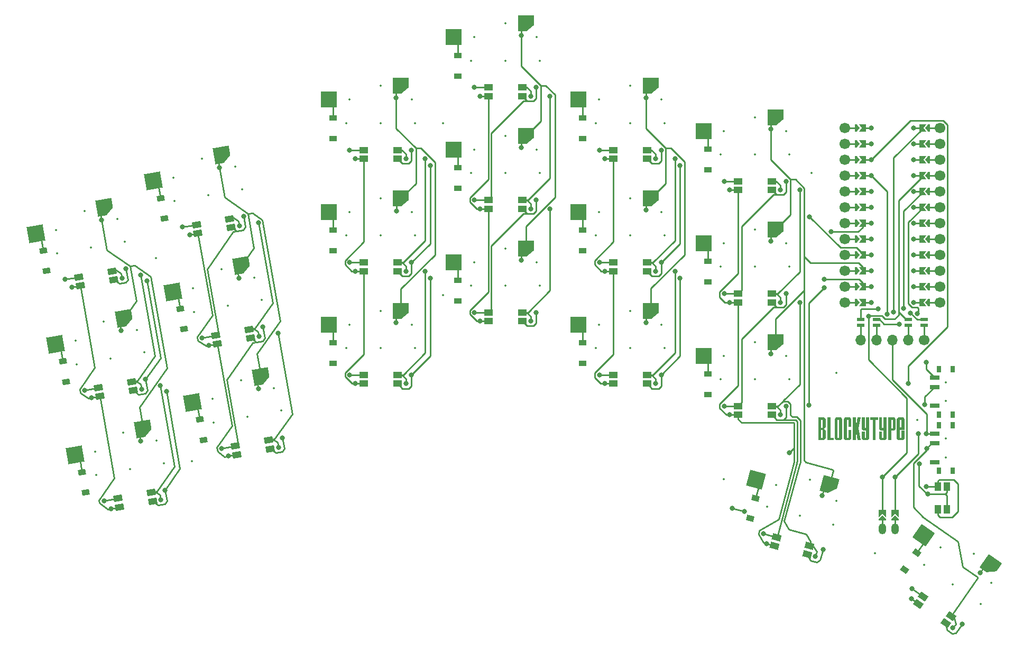
<source format=gtl>
%TF.GenerationSoftware,KiCad,Pcbnew,8.0.5*%
%TF.CreationDate,2024-10-12T16:26:51+02:00*%
%TF.ProjectId,BlockyTypeV0.2.3,426c6f63-6b79-4547-9970-6556302e322e,v1.0.0*%
%TF.SameCoordinates,Original*%
%TF.FileFunction,Copper,L1,Top*%
%TF.FilePolarity,Positive*%
%FSLAX46Y46*%
G04 Gerber Fmt 4.6, Leading zero omitted, Abs format (unit mm)*
G04 Created by KiCad (PCBNEW 8.0.5) date 2024-10-12 16:26:51*
%MOMM*%
%LPD*%
G01*
G04 APERTURE LIST*
G04 Aperture macros list*
%AMRotRect*
0 Rectangle, with rotation*
0 The origin of the aperture is its center*
0 $1 length*
0 $2 width*
0 $3 Rotation angle, in degrees counterclockwise*
0 Add horizontal line*
21,1,$1,$2,0,0,$3*%
%AMFreePoly0*
4,1,6,1.300000,-0.250000,0.050000,-1.300000,-1.300000,-1.300000,-1.300000,1.300000,1.300000,1.300000,1.300000,-0.250000,1.300000,-0.250000,$1*%
%AMFreePoly1*
4,1,6,0.600000,-1.000000,0.000000,-0.400000,-0.600000,-1.000000,-0.600000,0.250000,0.600000,0.250000,0.600000,-1.000000,0.600000,-1.000000,$1*%
%AMFreePoly2*
4,1,6,0.600000,-0.200000,0.600000,-0.400000,-0.600000,-0.400000,-0.600000,-0.200000,0.000000,0.400000,0.600000,-0.200000,0.600000,-0.200000,$1*%
%AMFreePoly3*
4,1,6,0.250000,0.000000,-0.250000,-0.625000,-0.500000,-0.625000,-0.500000,0.625000,-0.250000,0.625000,0.250000,0.000000,0.250000,0.000000,$1*%
%AMFreePoly4*
4,1,6,0.500000,-0.625000,-0.650000,-0.625000,-0.150000,0.000000,-0.650000,0.625000,0.500000,0.625000,0.500000,-0.625000,0.500000,-0.625000,$1*%
G04 Aperture macros list end*
%ADD10C,0.150000*%
%TA.AperFunction,NonConductor*%
%ADD11C,0.150000*%
%TD*%
%TA.AperFunction,SMDPad,CuDef*%
%ADD12RotRect,0.900000X1.200000X100.000000*%
%TD*%
%TA.AperFunction,SMDPad,CuDef*%
%ADD13R,1.200000X0.900000*%
%TD*%
%TA.AperFunction,ComponentPad*%
%ADD14O,1.700000X1.700000*%
%TD*%
%TA.AperFunction,ComponentPad*%
%ADD15C,1.700000*%
%TD*%
%TA.AperFunction,SMDPad,CuDef*%
%ADD16R,1.200000X0.600000*%
%TD*%
%TA.AperFunction,ConnectorPad*%
%ADD17FreePoly0,0.000000*%
%TD*%
%TA.AperFunction,SMDPad,CuDef*%
%ADD18R,2.600000X2.600000*%
%TD*%
%TA.AperFunction,SMDPad,CuDef*%
%ADD19FreePoly1,0.000000*%
%TD*%
%TA.AperFunction,ComponentPad*%
%ADD20O,1.200000X1.750000*%
%TD*%
%TA.AperFunction,SMDPad,CuDef*%
%ADD21FreePoly2,0.000000*%
%TD*%
%TA.AperFunction,SMDPad,CuDef*%
%ADD22R,0.800000X1.000000*%
%TD*%
%TA.AperFunction,SMDPad,CuDef*%
%ADD23R,1.500000X0.700000*%
%TD*%
%TA.AperFunction,ConnectorPad*%
%ADD24FreePoly0,345.000000*%
%TD*%
%TA.AperFunction,SMDPad,CuDef*%
%ADD25RotRect,2.600000X2.600000X345.000000*%
%TD*%
%TA.AperFunction,ConnectorPad*%
%ADD26FreePoly0,10.000000*%
%TD*%
%TA.AperFunction,SMDPad,CuDef*%
%ADD27RotRect,2.600000X2.600000X10.000000*%
%TD*%
%TA.AperFunction,SMDPad,CuDef*%
%ADD28RotRect,0.900000X1.200000X55.000000*%
%TD*%
%TA.AperFunction,ConnectorPad*%
%ADD29FreePoly0,325.000000*%
%TD*%
%TA.AperFunction,SMDPad,CuDef*%
%ADD30RotRect,2.600000X2.600000X325.000000*%
%TD*%
%TA.AperFunction,SMDPad,CuDef*%
%ADD31FreePoly3,180.000000*%
%TD*%
%TA.AperFunction,SMDPad,CuDef*%
%ADD32FreePoly3,0.000000*%
%TD*%
%TA.AperFunction,ComponentPad*%
%ADD33C,0.800000*%
%TD*%
%TA.AperFunction,SMDPad,CuDef*%
%ADD34FreePoly4,180.000000*%
%TD*%
%TA.AperFunction,SMDPad,CuDef*%
%ADD35FreePoly4,0.000000*%
%TD*%
%TA.AperFunction,SMDPad,CuDef*%
%ADD36R,1.050000X1.400000*%
%TD*%
%TA.AperFunction,SMDPad,CuDef*%
%ADD37RotRect,0.900000X1.200000X75.000000*%
%TD*%
%TA.AperFunction,SMDPad,CuDef*%
%ADD38RotRect,1.400000X1.000000X10.000000*%
%TD*%
%TA.AperFunction,SMDPad,CuDef*%
%ADD39R,1.400000X1.000000*%
%TD*%
%TA.AperFunction,SMDPad,CuDef*%
%ADD40RotRect,1.400000X1.000000X345.000000*%
%TD*%
%TA.AperFunction,SMDPad,CuDef*%
%ADD41RotRect,1.400000X1.000000X325.000000*%
%TD*%
%TA.AperFunction,ViaPad*%
%ADD42C,0.800000*%
%TD*%
%TA.AperFunction,Conductor*%
%ADD43C,0.250000*%
%TD*%
%ADD44C,0.350000*%
G04 APERTURE END LIST*
D10*
D11*
G36*
X105486656Y18906615D02*
G01*
X105486656Y17755499D01*
X105256677Y17437494D01*
X105499015Y17118757D01*
X105499015Y15958115D01*
X105260975Y15631319D01*
X104257235Y15631319D01*
X104257235Y16012337D01*
X104756419Y16012337D01*
X104999294Y16012337D01*
X104999294Y17225736D01*
X104756419Y17225736D01*
X104756419Y16012337D01*
X104257235Y16012337D01*
X104257235Y17600893D01*
X104756419Y17600893D01*
X104999294Y17600893D01*
X104999294Y18856790D01*
X104756419Y18856790D01*
X104756419Y17600893D01*
X104257235Y17600893D01*
X104257235Y19242205D01*
X105249154Y19242205D01*
X105486656Y18906615D01*
G37*
G36*
X106776258Y16006476D02*
G01*
X106209370Y16006476D01*
X106209370Y19242205D01*
X105710187Y19242205D01*
X105710187Y15623258D01*
X106776258Y15623258D01*
X106776258Y16006476D01*
G37*
G36*
X108129803Y18945450D02*
G01*
X108129803Y15877515D01*
X107950333Y15631319D01*
X107067493Y15631319D01*
X106888024Y15877515D01*
X106888024Y16016001D01*
X107387207Y16016001D01*
X107630082Y16016001D01*
X107630082Y18867048D01*
X107387207Y18867048D01*
X107387207Y16016001D01*
X106888024Y16016001D01*
X106888024Y18945450D01*
X107066419Y19242205D01*
X107951408Y19242205D01*
X108129803Y18945450D01*
G37*
G36*
X109585979Y17272630D02*
G01*
X109086258Y17272630D01*
X109086258Y16006476D01*
X108843383Y16006476D01*
X108843383Y18867048D01*
X109086258Y18867048D01*
X109086258Y17741577D01*
X109585979Y17741577D01*
X109585979Y18946915D01*
X109385016Y19242205D01*
X108541401Y19242205D01*
X108340975Y18946915D01*
X108340975Y15899497D01*
X108541938Y15631319D01*
X109384479Y15631319D01*
X109585979Y15899497D01*
X109585979Y17272630D01*
G37*
G36*
X110739636Y17505638D02*
G01*
X111111471Y19242205D01*
X110582197Y19242205D01*
X110278065Y17552533D01*
X110295260Y19242205D01*
X109796077Y19242205D01*
X109796077Y15631319D01*
X110295260Y15631319D01*
X110278065Y17430167D01*
X110582197Y15631319D01*
X111110934Y15631319D01*
X110739636Y17505638D01*
G37*
G36*
X112456419Y19242205D02*
G01*
X111956698Y19242205D01*
X111956698Y17553998D01*
X111713823Y17553998D01*
X111713823Y19242205D01*
X111214639Y19242205D01*
X111214639Y17398660D01*
X111407005Y17178841D01*
X111956698Y17178841D01*
X111956698Y16006476D01*
X111713823Y16006476D01*
X111713823Y16991263D01*
X111214639Y16991263D01*
X111214639Y15907557D01*
X111418826Y15631319D01*
X112245784Y15631319D01*
X112456419Y15906824D01*
X112456419Y19242205D01*
G37*
G36*
X113884653Y19242205D02*
G01*
X112571945Y19242205D01*
X112571945Y18867048D01*
X112981931Y18867048D01*
X112981931Y15631319D01*
X113481115Y15631319D01*
X113481115Y18867048D01*
X113884653Y18867048D01*
X113884653Y19242205D01*
G37*
G36*
X115241959Y19242205D02*
G01*
X114742239Y19242205D01*
X114742239Y17553998D01*
X114499363Y17553998D01*
X114499363Y19242205D01*
X114000180Y19242205D01*
X114000180Y17398660D01*
X114192546Y17178841D01*
X114742239Y17178841D01*
X114742239Y16006476D01*
X114499363Y16006476D01*
X114499363Y16991263D01*
X114000180Y16991263D01*
X114000180Y15907557D01*
X114204367Y15631319D01*
X115031324Y15631319D01*
X115241959Y15906824D01*
X115241959Y19242205D01*
G37*
G36*
X116694911Y18974026D02*
G01*
X116694911Y17407452D01*
X116490724Y17131947D01*
X115952315Y17131947D01*
X115952315Y15631319D01*
X115453132Y15631319D01*
X115453132Y17521758D01*
X115952315Y17521758D01*
X116195190Y17521758D01*
X116195190Y18867048D01*
X115952315Y18867048D01*
X115952315Y17521758D01*
X115453132Y17521758D01*
X115453132Y19242205D01*
X116490724Y19242205D01*
X116694911Y18974026D01*
G37*
G36*
X118113474Y18946915D02*
G01*
X118113474Y17272630D01*
X117370878Y17272630D01*
X117370878Y16006476D01*
X117613753Y16006476D01*
X117613753Y17131947D01*
X118113474Y17131947D01*
X118113474Y15907557D01*
X117906063Y15631319D01*
X117088240Y15631319D01*
X116871694Y15906824D01*
X116871694Y17663907D01*
X117370878Y17663907D01*
X117613753Y17663907D01*
X117613753Y18867048D01*
X117370878Y18867048D01*
X117370878Y17663907D01*
X116871694Y17663907D01*
X116871694Y18946915D01*
X117088240Y19242205D01*
X117906600Y19242205D01*
X118113474Y18946915D01*
G37*
D12*
%TO.P,D4,1*%
%TO.N,P6*%
X5795557Y15654037D03*
%TO.P,D4,2*%
%TO.N,pinky_down*%
X5222521Y18903903D03*
%TD*%
D13*
%TO.P,D15,1*%
%TO.N,P4*%
X66567881Y63926321D03*
%TO.P,D15,2*%
%TO.N,index_up*%
X66567885Y67226321D03*
%TD*%
D14*
%TO.P,DISP1,1*%
%TO.N,DISP1_1*%
X111087880Y31676318D03*
%TO.P,DISP1,2*%
%TO.N,DISP1_2*%
X113627880Y31676318D03*
%TO.P,DISP1,3*%
%TO.N,VCC*%
X116167887Y31676316D03*
%TO.P,DISP1,4*%
%TO.N,DISP1_4*%
X118707880Y31676318D03*
D15*
%TO.P,DISP1,5*%
%TO.N,DISP1_5*%
X121247879Y31676322D03*
D16*
%TO.P,DISP1,10*%
%TO.N,DISP1_1*%
X111087879Y34026317D03*
%TO.P,DISP1,11*%
%TO.N,DISP1_2*%
X113627880Y34026318D03*
%TO.P,DISP1,12*%
%TO.N,DISP1_4*%
X118707877Y34026317D03*
%TO.P,DISP1,13*%
%TO.N,DISP1_5*%
X121247880Y34026318D03*
%TO.P,DISP1,14*%
%TO.N,P2*%
X111087880Y34926318D03*
%TO.P,DISP1,15*%
%TO.N,P3*%
X113627880Y34926318D03*
%TO.P,DISP1,16*%
%TO.N,GND*%
X118707880Y34926318D03*
%TO.P,DISP1,17*%
%TO.N,P1*%
X121247880Y34926318D03*
%TD*%
D17*
%TO.P,S16,1*%
%TO.N,P14*%
X97442878Y31326318D03*
D18*
%TO.P,S16,2*%
%TO.N,inner_down*%
X85892878Y29126318D03*
%TD*%
D13*
%TO.P,D13,1*%
%TO.N,P6*%
X66567880Y27926315D03*
%TO.P,D13,2*%
%TO.N,index_down*%
X66567884Y31226315D03*
%TD*%
%TO.P,D10,1*%
%TO.N,P6*%
X46567883Y37926322D03*
%TO.P,D10,2*%
%TO.N,middle_down*%
X46567887Y41226322D03*
%TD*%
%TO.P,D18,1*%
%TO.N,P4*%
X86567883Y58926323D03*
%TO.P,D18,2*%
%TO.N,inner_up*%
X86567887Y62226323D03*
%TD*%
D17*
%TO.P,S7,1*%
%TO.N,P18*%
X37442884Y36326331D03*
D18*
%TO.P,S7,2*%
%TO.N,ring_down*%
X25892884Y34126331D03*
%TD*%
D17*
%TO.P,S18,1*%
%TO.N,P14*%
X97442884Y67326320D03*
D18*
%TO.P,S18,2*%
%TO.N,inner_up*%
X85892884Y65126320D03*
%TD*%
D12*
%TO.P,D2,1*%
%TO.N,P5*%
X-16158022Y24983575D03*
%TO.P,D2,2*%
%TO.N,outer_home*%
X-16731058Y28233441D03*
%TD*%
D13*
%TO.P,D17,1*%
%TO.N,P5*%
X86567873Y40926313D03*
%TO.P,D17,2*%
%TO.N,inner_home*%
X86567877Y44226313D03*
%TD*%
%TO.P,D16,1*%
%TO.N,P6*%
X86567876Y22926327D03*
%TO.P,D16,2*%
%TO.N,inner_down*%
X86567880Y26226327D03*
%TD*%
D17*
%TO.P,S15,1*%
%TO.N,P15*%
X77442879Y72326328D03*
D18*
%TO.P,S15,2*%
%TO.N,index_up*%
X65892879Y70126328D03*
%TD*%
D12*
%TO.P,D5,1*%
%TO.N,P5*%
X2669893Y33380581D03*
%TO.P,D5,2*%
%TO.N,pinky_home*%
X2096857Y36630447D03*
%TD*%
D19*
%TO.P,JST1,1*%
%TO.N,BAT_P*%
X116567888Y4192330D03*
%TO.P,JST1,2*%
%TO.N,GND*%
X114567888Y4192330D03*
D20*
%TO.P,JST1,11*%
%TO.N,JST1_1*%
X116567887Y1376326D03*
%TO.P,JST1,12*%
%TO.N,JST1_2*%
X114567889Y1376334D03*
D21*
%TO.P,JST1,21*%
%TO.N,JST1_1*%
X116567887Y3176328D03*
%TO.P,JST1,22*%
%TO.N,JST1_2*%
X114567888Y3176330D03*
%TD*%
D22*
%TO.P,SW3,*%
%TO.N,*%
X123582881Y27026317D03*
X123582881Y19726315D03*
X125792878Y19726316D03*
X125792881Y27026315D03*
D23*
%TO.P,SW3,1*%
%TO.N,N/C*%
X122932881Y21126315D03*
%TO.P,SW3,2*%
%TO.N,BAT_P*%
X122932881Y24126315D03*
%TO.P,SW3,3*%
%TO.N,RAW*%
X122932878Y25626311D03*
%TD*%
D17*
%TO.P,S14,1*%
%TO.N,P15*%
X77442876Y54326320D03*
D18*
%TO.P,S14,2*%
%TO.N,index_home*%
X65892876Y52126320D03*
%TD*%
D12*
%TO.P,D1,1*%
%TO.N,P6*%
X-13032362Y7257030D03*
%TO.P,D1,2*%
%TO.N,outer_down*%
X-13605398Y10506896D03*
%TD*%
D24*
%TO.P,S19,1*%
%TO.N,P14*%
X106071412Y8434467D03*
D25*
%TO.P,S19,2*%
%TO.N,home_home*%
X94345567Y9298790D03*
%TD*%
D12*
%TO.P,D6,1*%
%TO.N,P4*%
X-455782Y51107116D03*
%TO.P,D6,2*%
%TO.N,pinky_up*%
X-1028818Y54356982D03*
%TD*%
D13*
%TO.P,D12,1*%
%TO.N,P4*%
X46567879Y73926321D03*
%TO.P,D12,2*%
%TO.N,middle_up*%
X46567883Y77226321D03*
%TD*%
D17*
%TO.P,S11,1*%
%TO.N,P19*%
X57442870Y64326323D03*
D18*
%TO.P,S11,2*%
%TO.N,middle_home*%
X45892870Y62126323D03*
%TD*%
D17*
%TO.P,S12,1*%
%TO.N,P19*%
X57442882Y82326324D03*
D18*
%TO.P,S12,2*%
%TO.N,middle_up*%
X45892882Y80126324D03*
%TD*%
D26*
%TO.P,S6,1*%
%TO.N,P21*%
X8795361Y61267920D03*
D27*
%TO.P,S6,2*%
%TO.N,pinky_up*%
X-2197143Y57095706D03*
%TD*%
D26*
%TO.P,S2,1*%
%TO.N,P20*%
X-6906879Y35144381D03*
D27*
%TO.P,S2,2*%
%TO.N,outer_home*%
X-17899383Y30972167D03*
%TD*%
D28*
%TO.P,D20,1*%
%TO.N,P7*%
X118133382Y-5105822D03*
%TO.P,D20,2*%
%TO.N,innermost_home*%
X120026184Y-2402624D03*
%TD*%
D26*
%TO.P,S5,1*%
%TO.N,P21*%
X11921027Y43541378D03*
D27*
%TO.P,S5,2*%
%TO.N,pinky_home*%
X928523Y39369164D03*
%TD*%
D13*
%TO.P,D14,1*%
%TO.N,P5*%
X66567876Y45926322D03*
%TO.P,D14,2*%
%TO.N,index_home*%
X66567880Y49226322D03*
%TD*%
D29*
%TO.P,S20,1*%
%TO.N,P16*%
X131859703Y-4462580D03*
D30*
%TO.P,S20,2*%
%TO.N,innermost_home*%
X121136630Y360093D03*
%TD*%
D22*
%TO.P,SW1,*%
%TO.N,*%
X123582881Y18026332D03*
X123582881Y10726330D03*
X125792878Y10726331D03*
X125792881Y18026330D03*
D23*
%TO.P,SW1,1*%
%TO.N,N/C*%
X122932881Y12126330D03*
%TO.P,SW1,2*%
%TO.N,VCC_LED*%
X122932881Y15126330D03*
%TO.P,SW1,3*%
%TO.N,VCC*%
X122932878Y16626326D03*
%TD*%
D17*
%TO.P,S9,1*%
%TO.N,P18*%
X37442881Y72326325D03*
D18*
%TO.P,S9,2*%
%TO.N,ring_up*%
X25892881Y70126325D03*
%TD*%
D12*
%TO.P,D3,1*%
%TO.N,P4*%
X-19283696Y42710112D03*
%TO.P,D3,2*%
%TO.N,outer_up*%
X-19856732Y45959978D03*
%TD*%
D13*
%TO.P,D8,1*%
%TO.N,P5*%
X26567881Y45926313D03*
%TO.P,D8,2*%
%TO.N,ring_home*%
X26567885Y49226313D03*
%TD*%
D31*
%TO.P,MCU1,1*%
%TO.N,MCU1_1*%
X121667877Y65576327D03*
D15*
X123787881Y65576328D03*
D31*
%TO.P,MCU1,2*%
%TO.N,MCU1_2*%
X121667884Y63036332D03*
D15*
X123787881Y63036328D03*
D31*
%TO.P,MCU1,3*%
%TO.N,MCU1_3*%
X121667881Y60496328D03*
D15*
X123787879Y60496323D03*
D31*
%TO.P,MCU1,4*%
%TO.N,MCU1_4*%
X121667881Y57956328D03*
D15*
X123787881Y57956328D03*
D31*
%TO.P,MCU1,5*%
%TO.N,MCU1_5*%
X121667883Y55416328D03*
D15*
X123787881Y55416328D03*
D31*
%TO.P,MCU1,6*%
%TO.N,MCU1_6*%
X121667881Y52876328D03*
D15*
X123787881Y52876328D03*
D31*
%TO.P,MCU1,7*%
%TO.N,MCU1_7*%
X121667881Y50336328D03*
D15*
X123787876Y50336330D03*
D31*
%TO.P,MCU1,8*%
%TO.N,MCU1_8*%
X121667881Y47796328D03*
D15*
X123787881Y47796328D03*
D31*
%TO.P,MCU1,9*%
%TO.N,MCU1_9*%
X121667881Y45256328D03*
D15*
X123787876Y45256330D03*
D31*
%TO.P,MCU1,10*%
%TO.N,MCU1_10*%
X121667881Y42716328D03*
D15*
X123787881Y42716329D03*
D31*
%TO.P,MCU1,11*%
%TO.N,MCU1_11*%
X121667881Y40176328D03*
D15*
X123787878Y40176326D03*
D31*
%TO.P,MCU1,12*%
%TO.N,MCU1_12*%
X121667879Y37636328D03*
D15*
X123787881Y37636328D03*
%TO.P,MCU1,13*%
%TO.N,MCU1_13*%
X108547881Y37636328D03*
D32*
X110667881Y37636328D03*
D15*
%TO.P,MCU1,14*%
%TO.N,MCU1_14*%
X108547881Y40176328D03*
D32*
X110667885Y40176329D03*
D15*
%TO.P,MCU1,15*%
%TO.N,MCU1_15*%
X108547881Y42716328D03*
D32*
X110667878Y42716324D03*
D15*
%TO.P,MCU1,16*%
%TO.N,MCU1_16*%
X108547883Y45256333D03*
D32*
X110667881Y45256328D03*
D15*
%TO.P,MCU1,17*%
%TO.N,MCU1_17*%
X108547881Y47796328D03*
D32*
X110667881Y47796328D03*
D15*
%TO.P,MCU1,18*%
%TO.N,MCU1_18*%
X108547881Y50336328D03*
D32*
X110667879Y50336328D03*
D15*
%TO.P,MCU1,19*%
%TO.N,MCU1_19*%
X108547881Y52876328D03*
D32*
X110667881Y52876328D03*
D15*
%TO.P,MCU1,20*%
%TO.N,MCU1_20*%
X108547886Y55416326D03*
D32*
X110667881Y55416328D03*
D15*
%TO.P,MCU1,21*%
%TO.N,MCU1_21*%
X108547881Y57956328D03*
D32*
X110667881Y57956328D03*
D15*
%TO.P,MCU1,22*%
%TO.N,MCU1_22*%
X108547886Y60496326D03*
D32*
X110667881Y60496328D03*
D15*
%TO.P,MCU1,23*%
%TO.N,MCU1_23*%
X108547881Y63036327D03*
D32*
X110667881Y63036328D03*
D15*
%TO.P,MCU1,24*%
%TO.N,MCU1_24*%
X108547884Y65576330D03*
D32*
X110667881Y65576328D03*
D33*
%TO.P,MCU1,101*%
%TO.N,P1*%
X119567881Y65576328D03*
D34*
X120942881Y65576328D03*
D33*
%TO.P,MCU1,102*%
%TO.N,P0*%
X119567882Y63036328D03*
D34*
X120942881Y63036328D03*
D33*
%TO.P,MCU1,103*%
%TO.N,GND*%
X119567881Y60496328D03*
D34*
X120942881Y60496328D03*
D33*
%TO.P,MCU1,104*%
X119567881Y57956328D03*
D34*
X120942884Y57956328D03*
D33*
%TO.P,MCU1,105*%
%TO.N,P2*%
X119567877Y55416330D03*
D34*
X120942881Y55416328D03*
D33*
%TO.P,MCU1,106*%
%TO.N,P3*%
X119567886Y52876327D03*
D34*
X120942881Y52876328D03*
D33*
%TO.P,MCU1,107*%
%TO.N,P4*%
X119567881Y50336328D03*
D34*
X120942881Y50336328D03*
D33*
%TO.P,MCU1,108*%
%TO.N,P5*%
X119567880Y47796330D03*
D34*
X120942884Y47796328D03*
D33*
%TO.P,MCU1,109*%
%TO.N,P6*%
X119567881Y45256328D03*
D34*
X120942881Y45256328D03*
D33*
%TO.P,MCU1,110*%
%TO.N,P7*%
X119567874Y42716329D03*
D34*
X120942881Y42716328D03*
D33*
%TO.P,MCU1,111*%
%TO.N,P8*%
X119567882Y40176331D03*
D34*
X120942881Y40176328D03*
D33*
%TO.P,MCU1,112*%
%TO.N,P9*%
X119567879Y37636328D03*
D34*
X120942881Y37636328D03*
D35*
%TO.P,MCU1,113*%
%TO.N,P10*%
X111392882Y37636327D03*
D33*
X112767883Y37636328D03*
D35*
%TO.P,MCU1,114*%
%TO.N,P16*%
X111392881Y40176328D03*
D33*
X112767881Y40176328D03*
D35*
%TO.P,MCU1,115*%
%TO.N,P14*%
X111392881Y42716328D03*
D33*
X112767880Y42716328D03*
D35*
%TO.P,MCU1,116*%
%TO.N,P15*%
X111392881Y45256328D03*
D33*
X112767881Y45256328D03*
D35*
%TO.P,MCU1,117*%
%TO.N,P18*%
X111392878Y47796328D03*
D33*
X112767881Y47796328D03*
D35*
%TO.P,MCU1,118*%
%TO.N,P19*%
X111392881Y50336328D03*
D33*
X112767885Y50336326D03*
D35*
%TO.P,MCU1,119*%
%TO.N,P20*%
X111392881Y52876328D03*
D33*
X112767876Y52876329D03*
D35*
%TO.P,MCU1,120*%
%TO.N,P21*%
X111392881Y55416328D03*
D33*
X112767881Y55416328D03*
D35*
%TO.P,MCU1,121*%
%TO.N,VCC*%
X111392878Y57956328D03*
D33*
X112767882Y57956326D03*
D35*
%TO.P,MCU1,122*%
%TO.N,RST*%
X111392881Y60496328D03*
D33*
X112767881Y60496328D03*
D35*
%TO.P,MCU1,123*%
%TO.N,GND*%
X111392881Y63036328D03*
D33*
X112767888Y63036327D03*
D35*
%TO.P,MCU1,124*%
%TO.N,RAW*%
X111392881Y65576328D03*
D33*
X112767880Y65576325D03*
%TD*%
D26*
%TO.P,S1,1*%
%TO.N,P20*%
X-3781213Y17417844D03*
D27*
%TO.P,S1,2*%
%TO.N,outer_down*%
X-14773717Y13245630D03*
%TD*%
D26*
%TO.P,S3,1*%
%TO.N,P20*%
X-10032553Y52870926D03*
D27*
%TO.P,S3,2*%
%TO.N,outer_up*%
X-21025057Y48698712D03*
%TD*%
D13*
%TO.P,D11,1*%
%TO.N,P5*%
X46567879Y55926313D03*
%TO.P,D11,2*%
%TO.N,middle_home*%
X46567883Y59226313D03*
%TD*%
D17*
%TO.P,S8,1*%
%TO.N,P18*%
X37442875Y54326321D03*
D18*
%TO.P,S8,2*%
%TO.N,ring_home*%
X25892875Y52126321D03*
%TD*%
D36*
%TO.P,SW2,1*%
%TO.N,GND*%
X123447880Y8176314D03*
X123447880Y4576314D03*
%TO.P,SW2,2*%
%TO.N,RST*%
X124887884Y8176314D03*
X124887884Y4576314D03*
%TD*%
D17*
%TO.P,S10,1*%
%TO.N,P19*%
X57442887Y46326337D03*
D18*
%TO.P,S10,2*%
%TO.N,middle_down*%
X45892887Y44126337D03*
%TD*%
D37*
%TO.P,D19,1*%
%TO.N,P7*%
X93392890Y3135342D03*
%TO.P,D19,2*%
%TO.N,home_home*%
X94246990Y6322898D03*
%TD*%
D17*
%TO.P,S13,1*%
%TO.N,P15*%
X77442882Y36326324D03*
D18*
%TO.P,S13,2*%
%TO.N,index_down*%
X65892882Y34126324D03*
%TD*%
D17*
%TO.P,S17,1*%
%TO.N,P14*%
X97442883Y49326318D03*
D18*
%TO.P,S17,2*%
%TO.N,inner_home*%
X85892883Y47126318D03*
%TD*%
D26*
%TO.P,S4,1*%
%TO.N,P21*%
X15046686Y25814846D03*
D27*
%TO.P,S4,2*%
%TO.N,pinky_down*%
X4054182Y21642632D03*
%TD*%
D13*
%TO.P,D9,1*%
%TO.N,P4*%
X26567867Y63926325D03*
%TO.P,D9,2*%
%TO.N,ring_up*%
X26567871Y67226325D03*
%TD*%
%TO.P,D7,1*%
%TO.N,P6*%
X26567874Y27926319D03*
%TO.P,D7,2*%
%TO.N,ring_down*%
X26567878Y31226319D03*
%TD*%
D38*
%TO.P,LED1,1*%
%TO.N,VCC_LED*%
X-2567589Y7223709D03*
%TO.P,LED1,2*%
%TO.N,led_20*%
X-2324481Y5844978D03*
%TO.P,LED1,3*%
%TO.N,GND*%
X-7642443Y4907277D03*
%TO.P,LED1,4*%
%TO.N,led_x*%
X-7885551Y6286008D03*
%TD*%
%TO.P,LED3,1*%
%TO.N,VCC_LED*%
X-8818924Y42676796D03*
%TO.P,LED3,2*%
%TO.N,led_18*%
X-8575816Y41298065D03*
%TO.P,LED3,3*%
%TO.N,GND*%
X-13893778Y40360364D03*
%TO.P,LED3,4*%
%TO.N,led_19*%
X-14136886Y41739095D03*
%TD*%
D39*
%TO.P,LED8,1*%
%TO.N,VCC_LED*%
X36867886Y44076316D03*
%TO.P,LED8,2*%
%TO.N,led_13*%
X36867886Y42676316D03*
%TO.P,LED8,3*%
%TO.N,GND*%
X31467886Y42676316D03*
%TO.P,LED8,4*%
%TO.N,led_14*%
X31467886Y44076316D03*
%TD*%
%TO.P,LED14,1*%
%TO.N,VCC_LED*%
X76867885Y44076316D03*
%TO.P,LED14,2*%
%TO.N,led_7*%
X76867885Y42676316D03*
%TO.P,LED14,3*%
%TO.N,GND*%
X71467885Y42676316D03*
%TO.P,LED14,4*%
%TO.N,led_8*%
X71467885Y44076316D03*
%TD*%
%TO.P,LED16,1*%
%TO.N,VCC_LED*%
X96867877Y21076326D03*
%TO.P,LED16,2*%
%TO.N,led_3*%
X96867877Y19676326D03*
%TO.P,LED16,3*%
%TO.N,GND*%
X91467877Y19676326D03*
%TO.P,LED16,4*%
%TO.N,led_4*%
X91467877Y21076326D03*
%TD*%
%TO.P,LED12,1*%
%TO.N,VCC_LED*%
X56867877Y72076330D03*
%TO.P,LED12,2*%
%TO.N,led_11*%
X56867877Y70676330D03*
%TO.P,LED12,3*%
%TO.N,GND*%
X51467877Y70676330D03*
%TO.P,LED12,4*%
%TO.N,led_12*%
X51467877Y72076330D03*
%TD*%
%TO.P,LED15,1*%
%TO.N,VCC_LED*%
X76867884Y62076324D03*
%TO.P,LED15,2*%
%TO.N,led_6*%
X76867884Y60676324D03*
%TO.P,LED15,3*%
%TO.N,GND*%
X71467884Y60676324D03*
%TO.P,LED15,4*%
%TO.N,led_7*%
X71467884Y62076324D03*
%TD*%
D40*
%TO.P,LED19,1*%
%TO.N,VCC_LED*%
X102863115Y-1317453D03*
%TO.P,LED19,2*%
%TO.N,led_2*%
X102500768Y-2669750D03*
%TO.P,LED19,3*%
%TO.N,GND*%
X97284769Y-1272127D03*
%TO.P,LED19,4*%
%TO.N,led_3*%
X97647116Y80170D03*
%TD*%
D39*
%TO.P,LED10,1*%
%TO.N,VCC_LED*%
X56867880Y36076325D03*
%TO.P,LED10,2*%
%TO.N,led_9*%
X56867880Y34676325D03*
%TO.P,LED10,3*%
%TO.N,GND*%
X51467880Y34676325D03*
%TO.P,LED10,4*%
%TO.N,led_10*%
X51467880Y36076325D03*
%TD*%
%TO.P,LED9,1*%
%TO.N,VCC_LED*%
X36867885Y62076324D03*
%TO.P,LED9,2*%
%TO.N,led_12*%
X36867885Y60676324D03*
%TO.P,LED9,3*%
%TO.N,GND*%
X31467885Y60676324D03*
%TO.P,LED9,4*%
%TO.N,led_13*%
X31467885Y62076324D03*
%TD*%
D41*
%TO.P,LED20,1*%
%TO.N,VCC_LED*%
X125509531Y-12529086D03*
%TO.P,LED20,2*%
%TO.N,P0*%
X124706524Y-13675899D03*
%TO.P,LED20,3*%
%TO.N,GND*%
X120283103Y-10578586D03*
%TO.P,LED20,4*%
%TO.N,led_2*%
X121086110Y-9431773D03*
%TD*%
D38*
%TO.P,LED5,1*%
%TO.N,VCC_LED*%
X13134656Y33347257D03*
%TO.P,LED5,2*%
%TO.N,led_16*%
X13377764Y31968526D03*
%TO.P,LED5,3*%
%TO.N,GND*%
X8059802Y31030825D03*
%TO.P,LED5,4*%
%TO.N,led_17*%
X7816694Y32409556D03*
%TD*%
%TO.P,LED6,1*%
%TO.N,VCC_LED*%
X10009001Y51073805D03*
%TO.P,LED6,2*%
%TO.N,led_17*%
X10252109Y49695074D03*
%TO.P,LED6,3*%
%TO.N,GND*%
X4934147Y48757373D03*
%TO.P,LED6,4*%
%TO.N,led_18*%
X4691039Y50136104D03*
%TD*%
D39*
%TO.P,LED7,1*%
%TO.N,VCC_LED*%
X36867894Y26076315D03*
%TO.P,LED7,2*%
%TO.N,led_14*%
X36867894Y24676315D03*
%TO.P,LED7,3*%
%TO.N,GND*%
X31467894Y24676315D03*
%TO.P,LED7,4*%
%TO.N,led_15*%
X31467894Y26076315D03*
%TD*%
%TO.P,LED11,1*%
%TO.N,VCC_LED*%
X56867885Y54076314D03*
%TO.P,LED11,2*%
%TO.N,led_10*%
X56867885Y52676314D03*
%TO.P,LED11,3*%
%TO.N,GND*%
X51467885Y52676314D03*
%TO.P,LED11,4*%
%TO.N,led_11*%
X51467885Y54076314D03*
%TD*%
D38*
%TO.P,LED2,1*%
%TO.N,VCC_LED*%
X-5693260Y24950267D03*
%TO.P,LED2,2*%
%TO.N,led_19*%
X-5450152Y23571536D03*
%TO.P,LED2,3*%
%TO.N,GND*%
X-10768114Y22633835D03*
%TO.P,LED2,4*%
%TO.N,led_20*%
X-11011222Y24012566D03*
%TD*%
D39*
%TO.P,LED13,1*%
%TO.N,VCC_LED*%
X76867879Y26076322D03*
%TO.P,LED13,2*%
%TO.N,led_8*%
X76867879Y24676322D03*
%TO.P,LED13,3*%
%TO.N,GND*%
X71467879Y24676322D03*
%TO.P,LED13,4*%
%TO.N,led_9*%
X71467879Y26076322D03*
%TD*%
%TO.P,LED17,1*%
%TO.N,VCC_LED*%
X96867891Y39076325D03*
%TO.P,LED17,2*%
%TO.N,led_4*%
X96867891Y37676325D03*
%TO.P,LED17,3*%
%TO.N,GND*%
X91467891Y37676325D03*
%TO.P,LED17,4*%
%TO.N,led_5*%
X91467891Y39076325D03*
%TD*%
D38*
%TO.P,LED4,1*%
%TO.N,VCC_LED*%
X16260323Y15620717D03*
%TO.P,LED4,2*%
%TO.N,led_15*%
X16503431Y14241986D03*
%TO.P,LED4,3*%
%TO.N,GND*%
X11185469Y13304285D03*
%TO.P,LED4,4*%
%TO.N,led_16*%
X10942361Y14683016D03*
%TD*%
D39*
%TO.P,LED18,1*%
%TO.N,VCC_LED*%
X96867886Y57076322D03*
%TO.P,LED18,2*%
%TO.N,led_5*%
X96867886Y55676322D03*
%TO.P,LED18,3*%
%TO.N,GND*%
X91467886Y55676322D03*
%TO.P,LED18,4*%
%TO.N,led_6*%
X91467886Y57076322D03*
%TD*%
D42*
%TO.N,P20*%
X-4222633Y15436089D03*
X-7348313Y33162620D03*
X-10473978Y50889157D03*
%TO.N,outer_down*%
X-13605397Y10506899D03*
%TO.N,outer_home*%
X-16731065Y28233434D03*
%TO.N,outer_up*%
X-19856721Y45959983D03*
%TO.N,P21*%
X11479607Y41559633D03*
X8353931Y59286166D03*
X14605281Y23833087D03*
%TO.N,pinky_down*%
X5222518Y18903905D03*
%TO.N,pinky_home*%
X2096856Y36630435D03*
%TO.N,pinky_up*%
X-1028812Y54356975D03*
%TO.N,P18*%
X36726746Y52289538D03*
X36688522Y70451325D03*
X36688525Y34451318D03*
%TO.N,ring_down*%
X26567875Y31226322D03*
%TO.N,ring_home*%
X26567875Y49226326D03*
%TO.N,ring_up*%
X26567888Y67226323D03*
%TO.N,P19*%
X56688530Y44451331D03*
X56688526Y80451313D03*
X106326743Y48989541D03*
X56688523Y62451318D03*
%TO.N,middle_down*%
X46567885Y41226323D03*
%TO.N,middle_home*%
X46567886Y59226319D03*
%TO.N,middle_up*%
X46567885Y77226321D03*
%TO.N,P15*%
X102872325Y51374709D03*
X76688533Y52451313D03*
X76688518Y70451325D03*
X76688525Y34451322D03*
%TO.N,index_down*%
X66567870Y31226322D03*
%TO.N,index_home*%
X66567887Y49226332D03*
%TO.N,index_up*%
X66567887Y67226323D03*
%TO.N,P14*%
X104912216Y6790379D03*
X96688523Y29451328D03*
X96688528Y65451316D03*
X96688521Y47451328D03*
%TO.N,inner_down*%
X86567882Y26226321D03*
%TO.N,inner_home*%
X86567888Y44226309D03*
%TO.N,inner_up*%
X86567875Y62226320D03*
%TO.N,home_home*%
X94246986Y6322896D03*
%TO.N,P16*%
X92423280Y4198903D03*
X105229840Y41351326D03*
X90509466Y4711707D03*
X130174130Y-5571279D03*
%TO.N,innermost_home*%
X120026190Y-2402613D03*
%TO.N,P6*%
X26567885Y27926318D03*
X-13032356Y7257028D03*
X5795554Y15654038D03*
X66567882Y27926322D03*
X46567887Y37926323D03*
X86567890Y22926322D03*
%TO.N,P5*%
X2669895Y33380574D03*
X86567885Y40926317D03*
X26567885Y45926316D03*
X-16158022Y24983572D03*
X66567878Y45926315D03*
X46567879Y55926319D03*
%TO.N,P4*%
X66567878Y63926323D03*
X-455782Y51107109D03*
X46567876Y73926318D03*
X26567878Y63926326D03*
X-19283678Y42710112D03*
X86567881Y58926324D03*
%TO.N,P7*%
X105270726Y40009636D03*
X93392897Y3135347D03*
X118133387Y-5105816D03*
X102763528Y21258313D03*
%TO.N,VCC_LED*%
X61313526Y70676314D03*
X101313521Y37676317D03*
X125820572Y-14455961D03*
X78227893Y24676324D03*
X-985153Y6081153D03*
X11591435Y49931230D03*
X61313522Y52676330D03*
X58227880Y70676323D03*
X78227888Y42676329D03*
X14717108Y32204687D03*
X103814427Y-3021742D03*
X17842767Y14478151D03*
X81313523Y42676322D03*
X58227876Y52676319D03*
X-4110817Y23807690D03*
X14606083Y50462788D03*
X-1093652Y24342823D03*
X98227888Y19676319D03*
X98227880Y55676326D03*
X81313526Y60676319D03*
X121639781Y14320894D03*
X38227881Y24676324D03*
X78227884Y60676315D03*
X98227880Y37676324D03*
X38227884Y42676312D03*
X101313529Y55676322D03*
X41313524Y60676315D03*
X41313524Y42676327D03*
X-4221824Y42065792D03*
X38227877Y60676323D03*
X17731756Y32736252D03*
X58227878Y34676318D03*
X-7236483Y41534224D03*
%TO.N,led_20*%
X-351775Y7614421D03*
X-114796Y23398471D03*
X-13227037Y23621860D03*
%TO.N,GND*%
X90107884Y19676312D03*
X-8981776Y4671129D03*
X-12107451Y22397662D03*
X70107881Y24676324D03*
X50107884Y52676326D03*
X30107880Y60676321D03*
X6720461Y30794664D03*
X99637373Y13598275D03*
X121568523Y8176316D03*
X112326740Y35489551D03*
X50107883Y34676317D03*
X-15233125Y40124200D03*
X90107871Y37676327D03*
X114567888Y9693613D03*
X30107880Y24676324D03*
X30107884Y42676329D03*
X119169056Y-9798535D03*
X95971100Y-920137D03*
X90107880Y55676312D03*
X50107892Y70676316D03*
X70107886Y60676318D03*
X3594798Y48521200D03*
X9846136Y13068124D03*
X70107881Y42676312D03*
%TO.N,led_x*%
X-10101370Y5895317D03*
%TO.N,led_19*%
X-3240461Y41124999D03*
X-16352702Y41348386D03*
X-3477436Y25340961D03*
%TO.N,led_18*%
X-6603105Y43067502D03*
X2475210Y49745405D03*
%TO.N,led_15*%
X18476147Y16011421D03*
X29217892Y26076326D03*
%TO.N,led_16*%
X15350469Y33737957D03*
X8726550Y14292314D03*
%TO.N,led_17*%
X12224799Y51464496D03*
X5600885Y32018853D03*
%TO.N,led_14*%
X29217873Y44076322D03*
X42126742Y41589538D03*
X39117882Y26076319D03*
%TO.N,led_13*%
X29217883Y62076312D03*
X39117879Y44076319D03*
X42126746Y59589540D03*
%TO.N,led_12*%
X39117871Y62076320D03*
X49217876Y72076323D03*
%TO.N,led_9*%
X59117871Y36076321D03*
X69217881Y26076322D03*
%TO.N,led_10*%
X59117880Y54076315D03*
X49217880Y36076325D03*
%TO.N,led_11*%
X49217886Y54076321D03*
X59117880Y72076323D03*
%TO.N,led_8*%
X79117877Y26076327D03*
X69217877Y44076315D03*
X82126744Y41589544D03*
%TO.N,led_7*%
X79117891Y44076321D03*
X69217881Y62076320D03*
X82126746Y59589536D03*
%TO.N,led_6*%
X89217882Y57076319D03*
X79117877Y62076320D03*
%TO.N,led_3*%
X99117881Y21076321D03*
X95473774Y662509D03*
%TO.N,led_4*%
X99117888Y39076313D03*
X89217879Y21076327D03*
%TO.N,led_5*%
X89217887Y39076330D03*
X99117876Y57076308D03*
%TO.N,led_2*%
X119243022Y-8141223D03*
X105036447Y-1899794D03*
%TO.N,P0*%
X127352628Y-13819634D03*
%TO.N,VCC*%
X121611770Y16626324D03*
X115274922Y35781328D03*
%TO.N,RST*%
X121852840Y6991998D03*
X120434977Y11812057D03*
X118692882Y24695269D03*
%TO.N,BAT_P*%
X116567883Y9693621D03*
X121352844Y21292002D03*
X120311763Y16637494D03*
%TO.N,RAW*%
X121552841Y28091998D03*
%TO.N,P1*%
X119026747Y35989546D03*
X116326752Y36089535D03*
%TO.N,P2*%
X117926752Y36681328D03*
X113845118Y36662948D03*
%TO.N,P3*%
X120139405Y35902200D03*
X117226749Y34189531D03*
%TD*%
D43*
%TO.N,P20*%
X-7538654Y34242129D02*
X-6906886Y35144391D01*
X-34686Y27119210D02*
X-4394050Y20893381D01*
X-10664326Y51968671D02*
X-10032553Y52870931D01*
X-7348313Y33162620D02*
X-7538654Y34242129D01*
X-9623812Y46067699D02*
X-5941264Y43489144D01*
X-5941264Y43489144D02*
X-4960097Y37924675D01*
X-5941264Y43489144D02*
X-5181827Y43623043D01*
X-4412979Y16515592D02*
X-3781218Y17417851D01*
X-4960097Y37924675D02*
X-6906886Y35144391D01*
X-2629643Y41835985D02*
X-34686Y27119210D01*
X-10473978Y50889157D02*
X-9623812Y46067699D01*
X-4394050Y20893381D02*
X-3781218Y17417851D01*
X-5181827Y43623043D02*
X-2629643Y41835985D01*
X-4222633Y15436089D02*
X-4412979Y16515592D01*
X111392884Y52876319D02*
X112767887Y52876314D01*
X-10473978Y50889157D02*
X-10664326Y51968671D01*
%TO.N,outer_down*%
X-13605397Y10506899D02*
X-13991754Y12698100D01*
X-13991754Y12698100D02*
X-14773712Y13245640D01*
%TO.N,outer_home*%
X-16731065Y28233434D02*
X-17117433Y30424637D01*
X-17117433Y30424637D02*
X-17899391Y30972169D01*
%TO.N,outer_up*%
X-20243104Y48151177D02*
X-21025050Y48698720D01*
X-19856721Y45959983D02*
X-20243104Y48151177D01*
%TO.N,P21*%
X11479607Y41559633D02*
X11289265Y42639129D01*
X8353931Y59286166D02*
X9204087Y54464687D01*
X12943697Y51846188D02*
X13907764Y46378729D01*
X11289265Y42639129D02*
X11921025Y43541390D01*
X13703133Y51980105D02*
X15267914Y50884439D01*
X18116720Y34728097D02*
X14408788Y29432607D01*
X14414929Y24912595D02*
X15046697Y25814852D01*
X14605281Y23833087D02*
X14414929Y24912595D01*
X13907764Y46378729D02*
X11921025Y43541390D01*
X9204087Y54464687D02*
X12943697Y51846188D01*
X8163595Y60365666D02*
X8795361Y61267922D01*
X14408788Y29432607D02*
X15046697Y25814852D01*
X8353931Y59286166D02*
X8163595Y60365666D01*
X111392885Y55416328D02*
X112767883Y55416328D01*
X15267914Y50884439D02*
X18116720Y34728097D01*
X12943697Y51846188D02*
X13703133Y51980105D01*
%TO.N,pinky_down*%
X4836157Y21095099D02*
X4054194Y21642634D01*
X5222518Y18903905D02*
X4836157Y21095099D01*
%TO.N,pinky_home*%
X2096856Y36630435D02*
X1710487Y38821636D01*
X1710487Y38821636D02*
X928537Y39369171D01*
%TO.N,pinky_up*%
X-1028812Y54356975D02*
X-1415186Y56548189D01*
X-1415186Y56548189D02*
X-2197142Y57095719D01*
%TO.N,P18*%
X36688522Y70451325D02*
X36688523Y65530990D01*
X39842870Y62376620D02*
X39842884Y56726321D01*
X36726746Y52289538D02*
X36726745Y53610177D01*
X39842884Y56726321D02*
X37442873Y54326321D01*
X42926752Y45314847D02*
X37442872Y39830985D01*
X36688523Y65530990D02*
X39842870Y62376620D01*
X111392879Y47796318D02*
X112767885Y47796315D01*
X36688522Y70451325D02*
X36688529Y71571961D01*
X36726745Y53610177D02*
X37442873Y54326321D01*
X40638522Y62376622D02*
X42926741Y60088402D01*
X37442872Y39830985D02*
X37442885Y36326315D01*
X42926741Y60088402D02*
X42926752Y45314847D01*
X36688529Y71571961D02*
X37442881Y72326318D01*
X36688529Y35571967D02*
X37442885Y36326315D01*
X39842870Y62376620D02*
X40638522Y62376622D01*
X36688525Y34451318D02*
X36688529Y35571967D01*
%TO.N,ring_down*%
X26567875Y31226322D02*
X26567891Y33451326D01*
X26567891Y33451326D02*
X25892881Y34126317D01*
%TO.N,ring_home*%
X26567875Y49226326D02*
X26567878Y51451323D01*
X26567878Y51451323D02*
X25892879Y52126316D01*
%TO.N,ring_up*%
X26567885Y69451316D02*
X25892872Y70126327D01*
X26567888Y67226323D02*
X26567885Y69451316D01*
%TO.N,P19*%
X59842882Y72376622D02*
X60638526Y72376634D01*
X62126745Y54514841D02*
X57442882Y49830982D01*
X111392885Y50336330D02*
X112767876Y50336322D01*
X106326743Y48989541D02*
X110676107Y48989536D01*
X111392879Y49706323D02*
X111392885Y50336330D01*
X56688523Y62451318D02*
X56688524Y63571967D01*
X62126739Y70888421D02*
X62126745Y54514841D01*
X59842882Y72376622D02*
X59842886Y66726327D01*
X56688519Y45571958D02*
X57442886Y46326320D01*
X59842886Y66726327D02*
X57442878Y64326320D01*
X56688526Y80451313D02*
X56688527Y81571966D01*
X56688524Y63571967D02*
X57442878Y64326320D01*
X57442882Y49830982D02*
X57442886Y46326320D01*
X56688527Y81571966D02*
X57442890Y82326313D01*
X56688536Y75530981D02*
X59842882Y72376622D01*
X56688526Y80451313D02*
X56688536Y75530981D01*
X56688530Y44451331D02*
X56688519Y45571958D01*
X110676107Y48989536D02*
X111392879Y49706323D01*
X60638526Y72376634D02*
X62126739Y70888421D01*
%TO.N,middle_down*%
X46567878Y43451322D02*
X45892881Y44126316D01*
X46567885Y41226323D02*
X46567878Y43451322D01*
%TO.N,middle_home*%
X46567882Y61451326D02*
X45892889Y62126321D01*
X46567886Y59226319D02*
X46567882Y61451326D01*
%TO.N,middle_up*%
X46567885Y77226321D02*
X46567881Y79451316D01*
X46567881Y79451316D02*
X45892880Y80126324D01*
%TO.N,P15*%
X110415701Y46431334D02*
X111392880Y45454152D01*
X111392883Y45256325D02*
X112767873Y45256319D01*
X76688522Y53571964D02*
X77442887Y54326320D01*
X76688518Y70451325D02*
X76688518Y71571967D01*
X76688518Y71571967D02*
X77442881Y72326322D01*
X76688531Y35571968D02*
X77442884Y36326326D01*
X111392880Y45454152D02*
X111392880Y45256328D01*
X82851746Y45314545D02*
X77442874Y39905678D01*
X79842878Y56726325D02*
X77442887Y54326320D01*
X77442874Y39905678D02*
X77442884Y36326326D01*
X76688525Y34451322D02*
X76688531Y35571968D01*
X76688531Y65530984D02*
X79842887Y62376619D01*
X80638521Y62376631D02*
X82851738Y60163408D01*
X79842887Y62376619D02*
X80638521Y62376631D01*
X79842887Y62376619D02*
X79842878Y56726325D01*
X102872325Y51374709D02*
X107815698Y46431334D01*
X82851738Y60163408D02*
X82851746Y45314545D01*
X76688533Y52451313D02*
X76688522Y53571964D01*
X76688518Y70451325D02*
X76688531Y65530984D01*
X107815698Y46431334D02*
X110415701Y46431334D01*
%TO.N,index_down*%
X66567870Y31226322D02*
X66567888Y33451328D01*
X66567888Y33451328D02*
X65892888Y34126317D01*
%TO.N,index_home*%
X66567880Y51451312D02*
X65892880Y52126325D01*
X66567887Y49226332D02*
X66567880Y51451312D01*
%TO.N,index_up*%
X66567869Y69451326D02*
X65892875Y70126320D01*
X66567887Y67226323D02*
X66567869Y69451326D01*
%TO.N,P14*%
X99842872Y57376623D02*
X99842883Y51726317D01*
X100638519Y57376632D02*
X102038527Y55976628D01*
X102038532Y39596566D02*
X102038528Y12420897D01*
X102038527Y55976628D02*
X102038524Y44989551D01*
X103038525Y43989545D02*
X102038524Y44989551D01*
X96688519Y60530979D02*
X99842872Y57376623D01*
X99842883Y51726317D02*
X97442883Y49326319D01*
X97442869Y35000924D02*
X97442889Y31326320D01*
X96688523Y29451328D02*
X96688523Y30571954D01*
X96688528Y65451316D02*
X96688530Y66571957D01*
X102038532Y39596566D02*
X97442869Y35000924D01*
X96688523Y30571954D02*
X97442889Y31326320D01*
X96688528Y65451316D02*
X96688519Y60530979D01*
X96688528Y48571961D02*
X97442883Y49326319D01*
X111392872Y43346323D02*
X110749659Y43989544D01*
X111392881Y42716327D02*
X112767882Y42716315D01*
X96688521Y47451328D02*
X96688528Y48571961D01*
X106573938Y10899374D02*
X102247711Y12058582D01*
X96688530Y66571957D02*
X97442880Y67326320D01*
X106071418Y8434470D02*
X106681814Y10712518D01*
X102038524Y44989551D02*
X102038532Y39596566D01*
X110749659Y43989544D02*
X103038525Y43989545D01*
X105221223Y7943612D02*
X106071415Y8434469D01*
X104912216Y6790379D02*
X105221223Y7943612D01*
X111392881Y42716327D02*
X111392872Y43346323D01*
X102038528Y12420897D02*
X102038527Y12420897D01*
X106681814Y10712518D02*
X106573938Y10899374D01*
X102247711Y12058582D02*
X102038527Y12420897D01*
X99842872Y57376623D02*
X100638519Y57376632D01*
%TO.N,inner_down*%
X86567882Y28451315D02*
X85892883Y29126321D01*
X86567882Y26226321D02*
X86567882Y28451315D01*
%TO.N,inner_home*%
X86567877Y46451321D02*
X85892885Y47126313D01*
X86567888Y44226309D02*
X86567877Y46451321D01*
%TO.N,inner_up*%
X86567882Y64451325D02*
X85892882Y65126324D01*
X86567875Y62226320D02*
X86567882Y64451325D01*
%TO.N,home_home*%
X94822869Y8472089D02*
X94345570Y9298800D01*
X94246986Y6322896D02*
X94822869Y8472089D01*
%TO.N,P16*%
X90509466Y4711707D02*
X92423280Y4198903D01*
X105229840Y41351326D02*
X110847881Y41351329D01*
X130822368Y-4645495D02*
X131859708Y-4462578D01*
X111392882Y40806328D02*
X111392882Y40176331D01*
X110847881Y41351329D02*
X111392882Y40806328D01*
X130174130Y-5571279D02*
X130822368Y-4645495D01*
X111392881Y40176319D02*
X112767880Y40176325D01*
%TO.N,innermost_home*%
X120026190Y-2402613D02*
X121302401Y-580012D01*
X121302401Y-580012D02*
X121136636Y360090D01*
%TO.N,P6*%
X120942880Y45256324D02*
X119567877Y45256316D01*
%TO.N,P5*%
X120942878Y47796326D02*
X119567878Y47796317D01*
%TO.N,P4*%
X120942887Y50336309D02*
X119567881Y50336325D01*
%TO.N,P7*%
X102763529Y37543325D02*
X105229841Y40009635D01*
X105229841Y40009635D02*
X105270726Y40009636D01*
X102763528Y21258313D02*
X102763529Y37543325D01*
X120942884Y42716326D02*
X119567888Y42716318D01*
%TO.N,VCC_LED*%
X17195891Y15785684D02*
X20014062Y19810453D01*
X10008994Y51073800D02*
X10698351Y51195363D01*
X99597879Y1344728D02*
X102366837Y602787D01*
X102863107Y-1317456D02*
X103539264Y-1498629D01*
X58227885Y71482234D02*
X58227880Y70676323D01*
X78227876Y25482233D02*
X78227893Y24676324D01*
X38227880Y43482243D02*
X38227884Y42676312D01*
X13824032Y33468808D02*
X14577162Y32998363D01*
X126082940Y-12930592D02*
X126282822Y-13795796D01*
X41313526Y29571976D02*
X41313524Y42676327D01*
X96867884Y21076327D02*
X97817881Y21076326D01*
X98227876Y56482245D02*
X98227880Y55676326D01*
X-2567586Y7223726D02*
X-1878224Y7345267D01*
X57817877Y54076329D02*
X61313524Y57571956D01*
X126681526Y-627492D02*
X127393690Y-4666400D01*
X37567886Y62076329D02*
X38227877Y61482237D01*
X16260337Y15620719D02*
X16949685Y15742273D01*
X38227880Y25482240D02*
X38227881Y24676324D01*
X37567883Y26076317D02*
X38227880Y25482240D01*
X57567880Y54076317D02*
X58227876Y53482230D01*
X96867882Y39076321D02*
X97817885Y39076320D01*
X37567878Y44076324D02*
X38227880Y43482243D01*
X36867884Y26076330D02*
X37567883Y26076317D01*
X76867877Y26076318D02*
X77567880Y26076325D01*
X56867881Y36076322D02*
X57567882Y36076317D01*
X-8818916Y42676791D02*
X-8129548Y42798359D01*
X-1125091Y6874821D02*
X-985153Y6081153D01*
X78227875Y61482243D02*
X78227884Y60676315D01*
X14577162Y32998363D02*
X14717108Y32204687D01*
X37817881Y26076331D02*
X41313526Y29571976D01*
X56867874Y54076324D02*
X57817877Y54076329D01*
X57817885Y36076316D02*
X61313519Y39571967D01*
X129775090Y-6437236D02*
X125509533Y-12529096D01*
X13134660Y33347253D02*
X14070227Y33512214D01*
X126282822Y-13795796D02*
X125820572Y-14455961D01*
X104023017Y-2243280D02*
X103814427Y-3021742D01*
X-2567585Y7223726D02*
X-1632018Y7388685D01*
X99842882Y21376625D02*
X99842881Y19630425D01*
X98832775Y2669915D02*
X99597879Y1344728D01*
X-4757694Y25115214D02*
X-1942034Y29136388D01*
X99842881Y19630425D02*
X100131983Y19341325D01*
X127393690Y-4666400D02*
X129754309Y-6319316D01*
X98729112Y21987555D02*
X101313518Y24571958D01*
X20014062Y19810453D02*
X17734261Y32739834D01*
X121096356Y3283283D02*
X126681526Y-627492D01*
X37817884Y44076317D02*
X41313526Y47571960D01*
X57567882Y36076317D02*
X58227884Y35482240D01*
X38227877Y61482237D02*
X38227877Y60676323D01*
X36867886Y44076312D02*
X37567878Y44076324D01*
X-5693253Y24950260D02*
X-4757694Y25115214D01*
X122445211Y15126326D02*
X121639781Y14320894D01*
X14070227Y33512214D02*
X16885885Y37533403D01*
X61313524Y57571956D02*
X61313526Y70676314D01*
X77817878Y26076321D02*
X81313528Y29571966D01*
X97567883Y57076324D02*
X98227876Y56482245D01*
X76867882Y44076324D02*
X77817885Y44076331D01*
X57567893Y72076312D02*
X58227885Y71482234D01*
X98817579Y21801316D02*
X98542872Y21801316D01*
X98227887Y20482239D02*
X98227888Y19676319D01*
X100131983Y19341325D02*
X100811747Y19341325D01*
X100811747Y19341325D02*
X101396525Y18756539D01*
X119522324Y4857315D02*
X121096356Y3283283D01*
X11451492Y50724890D02*
X11591435Y49931230D01*
X-1942034Y29136388D02*
X-4221824Y42065792D01*
X97817881Y21076326D02*
X98520778Y21779222D01*
X17702832Y15271817D02*
X17842767Y14478151D01*
X36867884Y26076330D02*
X37817881Y26076331D01*
X96867882Y39076321D02*
X97567882Y39076317D01*
X77567880Y26076325D02*
X78227876Y25482233D01*
X78227878Y43482245D02*
X78227888Y42676329D01*
X98227886Y38482242D02*
X98227880Y37676324D01*
X77817885Y44076331D02*
X81313525Y47571961D01*
X-1878224Y7345267D02*
X-1125091Y6874821D01*
X61313519Y39571967D02*
X61313522Y52676330D01*
X97567882Y39076317D02*
X98227886Y38482242D01*
X121639782Y14042166D02*
X119522327Y11924709D01*
X101313518Y42571969D02*
X101313529Y55676322D01*
X16260333Y15620717D02*
X17195891Y15785684D01*
X41313526Y47571960D02*
X41313524Y60676315D01*
X58227876Y53482230D02*
X58227876Y52676319D01*
X56867878Y72076323D02*
X57567893Y72076312D01*
X101309084Y11911606D02*
X98832775Y2669915D01*
X81313525Y47571961D02*
X81313526Y60676319D01*
X119522327Y11924709D02*
X119522324Y4857315D01*
X129754309Y-6319316D02*
X129775090Y-6437236D01*
X97817885Y39076320D02*
X101313518Y42571969D01*
X76867882Y44076324D02*
X77567883Y44076324D01*
X13134661Y33347255D02*
X13824032Y33468808D01*
X-5693251Y24950250D02*
X-5003889Y25071818D01*
X16885885Y37533403D02*
X14606083Y50462788D01*
X-7376416Y42327891D02*
X-7236483Y41534224D01*
X98520778Y21779222D02*
X98729112Y21987555D01*
X96867878Y57076322D02*
X97567883Y57076324D01*
X58227884Y35482240D02*
X58227878Y34676318D01*
X10698351Y51195363D02*
X11451492Y50724890D01*
X122932886Y15126324D02*
X122445211Y15126326D01*
X-5003889Y25071818D02*
X-4250757Y24601358D01*
X56867874Y54076324D02*
X57567880Y54076317D01*
X-8129548Y42798359D02*
X-7376416Y42327891D01*
X1186137Y11413440D02*
X-1093652Y24342823D01*
X81313528Y29571966D02*
X81313523Y42676322D01*
X96867884Y21076327D02*
X97567885Y21076328D01*
X-4250757Y24601358D02*
X-4110817Y23807690D01*
X125509539Y-12529084D02*
X126082940Y-12930592D01*
X103539264Y-1498629D02*
X104023017Y-2243280D01*
X77567883Y44076324D02*
X78227878Y43482245D01*
X16949685Y15742273D02*
X17702832Y15271817D01*
X76867883Y62076319D02*
X77567881Y62076323D01*
X101396527Y11999045D02*
X101309084Y11911606D01*
X36867886Y44076312D02*
X37817884Y44076317D01*
X101313518Y24571958D02*
X101313521Y37676317D01*
X97567885Y21076328D02*
X98227887Y20482239D01*
X-1632018Y7388685D02*
X1186137Y11413440D01*
X101396525Y18756539D02*
X101396527Y11999045D01*
X98817579Y21801316D02*
X99418190Y21801323D01*
X102366837Y602787D02*
X103057227Y-593004D01*
X99418190Y21801323D02*
X99842882Y21376625D01*
X103057227Y-593004D02*
X102863117Y-1317447D01*
X121639781Y14320894D02*
X121639782Y14042166D01*
X76867877Y26076318D02*
X77817878Y26076321D01*
X98542872Y21801316D02*
X98520778Y21779222D01*
X36867879Y62076321D02*
X37567886Y62076329D01*
X77567881Y62076323D02*
X78227875Y61482243D01*
X56867881Y36076322D02*
X57817885Y36076316D01*
%TO.N,led_20*%
X-386953Y5389513D02*
X-46148Y5881165D01*
X-46148Y5881165D02*
X-351775Y7614421D01*
X-2324475Y5844987D02*
X-1419034Y5207528D01*
X2060825Y11059957D02*
X-351775Y7614421D01*
X-1419034Y5207528D02*
X-386953Y5389513D01*
X-114796Y23398471D02*
X2060825Y11059957D01*
X-13227037Y23621860D02*
X-11011205Y24012551D01*
%TO.N,GND*%
X29592579Y24676320D02*
X30107880Y24676324D01*
X-10768105Y22633829D02*
X-8454309Y9511564D01*
X100404749Y14365649D02*
X100404750Y14398274D01*
X111392880Y63036319D02*
X112767882Y63036316D01*
X120283106Y-10578591D02*
X119169056Y-9798535D01*
X120942888Y57956329D02*
X119567880Y57956314D01*
X8081621Y13774797D02*
X9242776Y12961731D01*
X100353656Y11823200D02*
X100353650Y11823204D01*
X120942885Y60496315D02*
X119567888Y60496324D01*
X71467892Y60676325D02*
X70107886Y60676318D01*
X48492880Y53776015D02*
X49592575Y52676325D01*
X97284772Y-1272118D02*
X95971100Y-920137D01*
X31467883Y60676313D02*
X31467887Y47351620D01*
X100404748Y12202206D02*
X100419490Y12176671D01*
X71467869Y42676320D02*
X70107881Y42676312D01*
X28492875Y26376628D02*
X28492886Y25776015D01*
X120942881Y57816612D02*
X120942888Y57956329D01*
X-8454309Y9511564D02*
X-10949237Y5948432D01*
X49592575Y52676325D02*
X50107884Y52676326D01*
X91467890Y55676318D02*
X91467878Y42351628D01*
X118443476Y13604377D02*
X118443474Y22369385D01*
X4939046Y31597218D02*
X6212994Y30705185D01*
X114567878Y4192328D02*
X114567888Y9693613D01*
X112326740Y35489551D02*
X112388532Y35551317D01*
X89339969Y37676313D02*
X90107871Y37676327D01*
X91467883Y19676321D02*
X91467881Y18926326D01*
X116518831Y35056321D02*
X117126740Y35664240D01*
X91467890Y55676318D02*
X90107880Y55676312D01*
X8059814Y31030825D02*
X10373615Y17908565D01*
X51467871Y52676321D02*
X50107884Y52676326D01*
X100304748Y18411921D02*
X100404749Y18311922D01*
X69539959Y42676324D02*
X70107881Y42676312D01*
X95473353Y-786758D02*
X94695758Y560080D01*
X68492879Y44376623D02*
X68492883Y43723402D01*
X123652841Y9291991D02*
X123447888Y9087043D01*
X117126737Y54000494D02*
X120942881Y57816612D01*
X71467877Y24676329D02*
X70107881Y24676324D01*
X91467875Y37676327D02*
X91467887Y24351625D01*
X8059802Y31030828D02*
X6720461Y30794664D01*
X71467885Y47351622D02*
X68492879Y44376623D01*
X31467878Y24676318D02*
X30107880Y24676324D01*
X51467877Y70676328D02*
X50107892Y70676316D01*
X91467878Y42351628D02*
X88492888Y39376632D01*
X51467877Y70676328D02*
X51467880Y57351614D01*
X7247943Y35635100D02*
X4834752Y32188695D01*
X48492871Y54376630D02*
X48492880Y53776015D01*
X29539967Y42676317D02*
X30107884Y42676329D01*
X10373615Y17908565D02*
X7960418Y14462157D01*
X-13993170Y23791700D02*
X-13888885Y23200211D01*
X68492883Y43723402D02*
X69539959Y42676324D01*
X-10768101Y22633815D02*
X-12107451Y22397662D01*
X91467875Y37676327D02*
X90107871Y37676327D01*
X123447882Y3604297D02*
X123760183Y3291997D01*
X94851208Y1140229D02*
X97974302Y2943347D01*
X4934141Y48757370D02*
X7247943Y35635100D01*
X31467885Y42676325D02*
X31467884Y29351624D01*
X117126740Y35664240D02*
X117126741Y36164877D01*
X114549910Y35551315D02*
X114549913Y35481020D01*
X123447888Y9087043D02*
X123447885Y8176318D01*
X49592570Y34676316D02*
X50107883Y34676317D01*
X-12614922Y22308188D02*
X-12107451Y22397662D01*
X-7642448Y4907293D02*
X-8981776Y4671129D01*
X51467886Y34676319D02*
X50107883Y34676317D01*
X4834752Y32188695D02*
X4939046Y31597218D01*
X7960418Y14462157D02*
X8081621Y13774797D01*
X-13893777Y40360372D02*
X-15233125Y40124200D01*
X126652840Y4191989D02*
X126652840Y8591998D01*
X48492880Y35776018D02*
X49592570Y34676316D01*
X112326739Y28486124D02*
X112326740Y35489551D01*
X68492874Y25623397D02*
X69439964Y24676320D01*
X68492882Y26376620D02*
X68492874Y25623397D01*
X-10879925Y5555393D02*
X-9489260Y4581640D01*
X114549913Y35481020D02*
X114974607Y35056326D01*
X126652840Y8591998D02*
X125952841Y9292001D01*
X71467892Y60676325D02*
X71467885Y47351622D01*
X114567888Y9693613D02*
X114567887Y9728788D01*
X88492884Y20723401D02*
X89539971Y19676316D01*
X28492883Y43723404D02*
X29539967Y42676317D01*
X-11579967Y27238100D02*
X-13993170Y23791700D01*
X95971100Y-920137D02*
X95473353Y-786758D01*
X28492887Y44376624D02*
X28492883Y43723404D01*
X88492878Y38523406D02*
X89339969Y37676313D01*
X71467869Y42676320D02*
X71467890Y29351633D01*
X100333929Y11857353D02*
X100353651Y11823202D01*
X91982279Y18411923D02*
X100304748Y18411921D01*
X-10949237Y5948432D02*
X-10879925Y5555393D01*
X-13888885Y23200211D02*
X-12614922Y22308188D01*
X11185467Y13304295D02*
X9846136Y13068124D01*
X-13893772Y40360372D02*
X-11579967Y27238100D01*
X91467887Y24351625D02*
X88492888Y21376622D01*
X100404750Y14398274D02*
X100404748Y12202206D01*
X114974607Y35056326D02*
X116518831Y35056321D01*
X51467871Y52676321D02*
X51467875Y39351629D01*
X4934134Y48757365D02*
X3594798Y48521200D01*
X9242776Y12961731D02*
X9846136Y13068124D01*
X51467875Y39351629D02*
X48492884Y36376629D01*
X118443474Y22369385D02*
X112326739Y28486124D01*
X100404749Y18311922D02*
X100404750Y14398274D01*
X6212994Y30705185D02*
X6720461Y30794664D01*
X28492886Y25776015D02*
X29592579Y24676320D01*
X125752850Y3292000D02*
X126652840Y4191989D01*
X31467884Y29351624D02*
X28492875Y26376628D01*
X125952841Y9292001D02*
X123652841Y9291991D01*
X69439964Y24676320D02*
X70107881Y24676324D01*
X88492888Y39376632D02*
X88492878Y38523406D01*
X118365304Y34926329D02*
X118707890Y34926324D01*
X117126741Y36164877D02*
X118365304Y34926329D01*
X99930477Y10243883D02*
X100353656Y11823200D01*
X71467890Y29351633D02*
X68492882Y26376620D01*
X114567887Y9728788D02*
X118443476Y13604377D01*
X117126741Y36164877D02*
X117126737Y54000494D01*
X31467885Y42676325D02*
X30107884Y42676329D01*
X100419490Y12176671D02*
X100333929Y11857353D01*
X94695758Y560080D02*
X94851208Y1140229D01*
X123760183Y3291997D02*
X125752850Y3292000D01*
X88492888Y21376622D02*
X88492884Y20723401D01*
X123447873Y4576317D02*
X123447882Y3604297D01*
X112388532Y35551317D02*
X114549910Y35551315D01*
X91467881Y18926326D02*
X91982279Y18411923D01*
X31467887Y47351620D02*
X28492887Y44376624D01*
X99637373Y13598275D02*
X100404749Y14365649D01*
X-9489260Y4581640D02*
X-8981776Y4671129D01*
X89539971Y19676316D02*
X90107884Y19676312D01*
X51467880Y57351614D02*
X48492871Y54376630D01*
X91467886Y19676314D02*
X90107884Y19676312D01*
X31467883Y60676313D02*
X30107880Y60676321D01*
X97974302Y2943347D02*
X99930477Y10243883D01*
X123447885Y8176318D02*
X121568523Y8176316D01*
X48492884Y36376629D02*
X48492880Y35776018D01*
%TO.N,led_x*%
X-10101370Y5895317D02*
X-7885553Y6286020D01*
%TO.N,led_19*%
X-4544690Y22934076D02*
X-3512620Y23116052D01*
X-5450152Y23571521D02*
X-4544690Y22934076D01*
X-3171821Y23607703D02*
X-3477436Y25340961D01*
X-16352702Y41348386D02*
X-14136886Y41739102D01*
X-1064852Y28786490D02*
X-3477436Y25340961D01*
X-3512620Y23116052D02*
X-3171821Y23607703D01*
X-3240461Y41124999D02*
X-1064852Y28786490D01*
%TO.N,led_18*%
X2475210Y49745405D02*
X4691030Y50136095D01*
X-6297482Y41334244D02*
X-6603105Y43067502D01*
X-7670370Y40660616D02*
X-6638288Y40842600D01*
X-6638288Y40842600D02*
X-6297482Y41334244D01*
X-8575820Y41298063D02*
X-7670370Y40660616D01*
%TO.N,led_15*%
X18440966Y13786510D02*
X18781768Y14278164D01*
X16503438Y14241996D02*
X17408877Y13604541D01*
X17408877Y13604541D02*
X18440966Y13786510D01*
X18781768Y14278164D02*
X18476147Y16011421D01*
X29217892Y26076326D02*
X31467873Y26076328D01*
%TO.N,led_16*%
X11307382Y15204328D02*
X10942364Y14683031D01*
X15656097Y32004697D02*
X15350469Y33737957D01*
X14283219Y31331077D02*
X13724183Y31232504D01*
X13724183Y31232504D02*
X9535891Y25250993D01*
X15315285Y31513052D02*
X15656097Y32004697D01*
X8726550Y14292314D02*
X10942364Y14683016D01*
X9535891Y25250993D02*
X11307382Y15204328D01*
X13377757Y31968527D02*
X14283219Y31331077D01*
X14283219Y31331077D02*
X15315285Y31513052D01*
%TO.N,led_17*%
X10598521Y48959038D02*
X6410227Y42977541D01*
X6410227Y42977541D02*
X8181715Y32930855D01*
X11157543Y49057609D02*
X10598521Y48959038D01*
X11157543Y49057609D02*
X12189626Y49239597D01*
X8181715Y32930855D02*
X7816699Y32409552D01*
X12189626Y49239597D02*
X12530434Y49731239D01*
X12530434Y49731239D02*
X12224799Y51464496D01*
X5600885Y32018853D02*
X7816699Y32409561D01*
X10252104Y49695080D02*
X11157543Y49057609D01*
%TO.N,led_14*%
X38696889Y23891326D02*
X39117875Y24316317D01*
X42126742Y41589538D02*
X42126754Y29085187D01*
X42126754Y29085187D02*
X39117882Y26076319D01*
X37648883Y23891328D02*
X38696889Y23891326D01*
X39117875Y24316317D02*
X39117882Y26076319D01*
X36867875Y24676327D02*
X37648883Y23891328D01*
X29217873Y44076322D02*
X31467882Y44076314D01*
%TO.N,led_13*%
X38696892Y41891319D02*
X39117888Y42316315D01*
X36867888Y42676329D02*
X37648880Y41891318D01*
X29217883Y62076312D02*
X31467887Y62076326D01*
X37648880Y41891318D02*
X38696892Y41891319D01*
X42126747Y47085187D02*
X39117879Y44076319D01*
X42126746Y59589540D02*
X42126747Y47085187D01*
X39117888Y42316315D02*
X39117879Y44076319D01*
%TO.N,led_12*%
X36867885Y60676326D02*
X37648884Y59891323D01*
X49217876Y72076323D02*
X51467888Y72076324D01*
X39117885Y60316314D02*
X39117871Y62076320D01*
X38696888Y59891326D02*
X39117885Y60316314D01*
X37648884Y59891323D02*
X38696888Y59891326D01*
%TO.N,led_9*%
X57648887Y33891317D02*
X58696880Y33891313D01*
X59117879Y34316320D02*
X59117871Y36076321D01*
X69217881Y26076322D02*
X71467878Y26076309D01*
X56867889Y34676326D02*
X57648887Y33891317D01*
X58696880Y33891313D02*
X59117879Y34316320D01*
%TO.N,led_10*%
X57081232Y51891325D02*
X51926740Y46736822D01*
X58696883Y51891313D02*
X59117888Y52316320D01*
X56867886Y52676319D02*
X57648883Y51891319D01*
X57648883Y51891319D02*
X58696883Y51891313D01*
X49217880Y36076325D02*
X51467885Y36076320D01*
X57648883Y51891319D02*
X57081232Y51891325D01*
X59117888Y52316320D02*
X59117880Y54076315D01*
X51926743Y36535182D02*
X51467885Y36076320D01*
X51926740Y46736822D02*
X51926743Y36535182D01*
%TO.N,led_11*%
X57081231Y69891325D02*
X51917883Y64727974D01*
X51917884Y54526319D02*
X51467881Y54076311D01*
X58696878Y69891325D02*
X59117875Y70316319D01*
X57648879Y69891328D02*
X58696878Y69891325D01*
X51917883Y64727974D02*
X51917884Y54526319D01*
X57648879Y69891328D02*
X57081231Y69891325D01*
X49217886Y54076321D02*
X51467881Y54076311D01*
X59117875Y70316319D02*
X59117880Y72076323D01*
X56867886Y70676317D02*
X57648879Y69891328D01*
%TO.N,led_8*%
X82126749Y29085185D02*
X79117877Y26076327D01*
X78696880Y23891315D02*
X79117879Y24316316D01*
X76867870Y24676315D02*
X77648884Y23891323D01*
X77648884Y23891323D02*
X78696880Y23891315D01*
X69217877Y44076315D02*
X71467883Y44076326D01*
X82126744Y41589544D02*
X82126749Y29085185D01*
X79117879Y24316316D02*
X79117877Y26076327D01*
%TO.N,led_7*%
X76867881Y42676315D02*
X77648876Y41891317D01*
X82126739Y47085185D02*
X79117891Y44076321D01*
X79117890Y42316333D02*
X79117891Y44076321D01*
X77648876Y41891317D02*
X78696882Y41891323D01*
X69217881Y62076320D02*
X71467877Y62076319D01*
X82126746Y59589536D02*
X82126739Y47085185D01*
X78696882Y41891323D02*
X79117890Y42316333D01*
%TO.N,led_6*%
X76867878Y60676323D02*
X77648879Y59891326D01*
X78696883Y59891320D02*
X79117881Y60316317D01*
X79117881Y60316317D02*
X79117877Y62076320D01*
X89217882Y57076319D02*
X91467889Y57076316D01*
X77648879Y59891326D02*
X78696883Y59891320D01*
%TO.N,led_3*%
X100840084Y11899926D02*
X100820361Y11934075D01*
X100931309Y18585363D02*
X100931307Y12949031D01*
X100820361Y11934075D02*
X100946315Y12404148D01*
X100946527Y12933823D02*
X100946530Y12404089D01*
X96867893Y19676318D02*
X97648888Y18891320D01*
X100931307Y12949031D02*
X100946527Y12933823D01*
X97647111Y80175D02*
X97677724Y97840D01*
X97648888Y18891320D02*
X98696890Y18891316D01*
X97677724Y97840D02*
X100840084Y11899926D01*
X99117885Y19316333D02*
X99117881Y21076321D01*
X100625346Y18891322D02*
X100931309Y18585363D01*
X95473774Y662509D02*
X97647110Y80171D01*
X98696890Y18891316D02*
X100625346Y18891322D01*
X98696890Y18891316D02*
X99117885Y19316333D01*
%TO.N,led_4*%
X97648885Y36891323D02*
X98696885Y36891314D01*
X92026745Y21635177D02*
X91467886Y21076319D01*
X97648885Y36891323D02*
X97081233Y36891328D01*
X92026741Y31836832D02*
X92026745Y21635177D01*
X96867883Y37676320D02*
X97648885Y36891323D01*
X99117883Y37316331D02*
X99117888Y39076313D01*
X97081233Y36891328D02*
X92026741Y31836832D01*
X89217879Y21076327D02*
X91467886Y21076319D01*
X98696885Y36891314D02*
X99117883Y37316331D01*
%TO.N,led_5*%
X97648883Y54891322D02*
X97081237Y54891325D01*
X98696891Y54891321D02*
X99117885Y55316326D01*
X99117885Y55316326D02*
X99117876Y57076308D01*
X92026743Y39635188D02*
X91467896Y39076327D01*
X97081237Y54891325D02*
X92026740Y49836833D01*
X92026740Y49836833D02*
X92026743Y39635188D01*
X89217887Y39076330D02*
X91467896Y39076327D01*
X97648883Y54891322D02*
X98696891Y54891321D01*
X96867881Y55676326D02*
X97648883Y54891322D01*
%TO.N,led_2*%
X119243022Y-8141223D02*
X121086110Y-9431773D01*
X102500769Y-2669749D02*
X103051982Y-3630128D01*
X104064276Y-3901377D02*
X104580928Y-3599825D01*
X103051982Y-3630128D02*
X104064276Y-3901377D01*
X104580928Y-3599825D02*
X105036447Y-1899794D01*
%TO.N,P0*%
X126343126Y-15261341D02*
X127352628Y-13819634D01*
X124896025Y-14766891D02*
X125754500Y-15368006D01*
X125754500Y-15368006D02*
X126343126Y-15261341D01*
X120942883Y63036327D02*
X119567884Y63036313D01*
X124706527Y-13675901D02*
X124896025Y-14766891D01*
%TO.N,VCC*%
X115274922Y35781328D02*
X115274918Y55449289D01*
X111392887Y57956316D02*
X112767885Y57956310D01*
X121611770Y16626324D02*
X121642892Y16657447D01*
X121642892Y16657447D02*
X121642887Y19806376D01*
X116167880Y25281377D02*
X116167888Y31676326D01*
X115274918Y55449289D02*
X112767885Y57956310D01*
X121611770Y16626324D02*
X122932879Y16626327D01*
X121642887Y19806376D02*
X116167880Y25281377D01*
%TO.N,RST*%
X120422326Y8297210D02*
X121727534Y6991997D01*
X118692882Y24695269D02*
X118692885Y27459625D01*
X124962880Y33729623D02*
X124962880Y66063030D01*
X124274581Y66751329D02*
X119022879Y66751328D01*
X124887886Y6757670D02*
X124653561Y6991996D01*
X111392889Y60496326D02*
X112767888Y60496321D01*
X124887890Y8176314D02*
X124887889Y7226321D01*
X124887881Y4576323D02*
X124887886Y6757670D01*
X124653561Y6991996D02*
X121852840Y6991998D01*
X118692885Y27459625D02*
X124962880Y33729623D01*
X119022879Y66751328D02*
X112767881Y60496330D01*
X120434977Y11812057D02*
X120422324Y11799403D01*
X124962880Y66063030D02*
X124274581Y66751329D01*
X121727534Y6991997D02*
X121852840Y6991998D01*
X120422324Y11799403D02*
X120422326Y8297210D01*
X124887889Y7226321D02*
X124653561Y6991996D01*
%TO.N,BAT_P*%
X120311763Y16637494D02*
X120311768Y13437494D01*
X121352839Y22546278D02*
X122932885Y24126314D01*
X120311768Y13437494D02*
X116567883Y9693621D01*
X116567876Y4192318D02*
X116567883Y9693621D01*
X121352844Y21292002D02*
X121352839Y22546278D01*
%TO.N,RAW*%
X122932882Y25626317D02*
X121552837Y27006367D01*
X121552837Y27006367D02*
X121552841Y28091998D01*
X111392880Y65576325D02*
X112767879Y65576328D01*
%TO.N,JST1_1*%
X116567882Y3176328D02*
X116567883Y1376324D01*
%TO.N,JST1_2*%
X114567883Y3176317D02*
X114567887Y1376320D01*
%TO.N,P10*%
X111392879Y37636321D02*
X112767882Y37636321D01*
%TO.N,P1*%
X120942878Y65576325D02*
X119567880Y65576328D01*
X116326741Y60820486D02*
X120942888Y65436628D01*
X119026747Y35989546D02*
X120089950Y34926329D01*
X120942888Y65436628D02*
X120942878Y65576325D01*
X116326752Y36089535D02*
X116326741Y60820486D01*
X120089950Y34926329D02*
X121247877Y34926326D01*
%TO.N,P2*%
X113845118Y36662948D02*
X111200152Y36662952D01*
X117926754Y52260486D02*
X120942881Y55276628D01*
X111087873Y36550682D02*
X111087881Y34926313D01*
X111200152Y36662952D02*
X111087873Y36550682D01*
X117926752Y36681328D02*
X117926754Y52260486D01*
X120942881Y55276628D02*
X120942881Y55416319D01*
X120942881Y55416319D02*
X119567887Y55416319D01*
%TO.N,P3*%
X114826745Y34189532D02*
X114089966Y34926319D01*
X114089966Y34926319D02*
X113627886Y34926325D01*
X120112886Y36874622D02*
X120112887Y36889544D01*
X118707882Y37471018D02*
X118707883Y50501627D01*
X119289363Y36889543D02*
X118707882Y37471018D01*
X120306180Y36681321D02*
X120112886Y36874622D01*
X120306199Y36068981D02*
X120306180Y36681321D01*
X117226749Y34189531D02*
X114826745Y34189532D01*
X120942891Y52736626D02*
X120942877Y52876317D01*
X120942877Y52876317D02*
X119567884Y52876325D01*
X120139405Y35902200D02*
X120306199Y36068981D01*
X118707883Y50501627D02*
X120942891Y52736626D01*
X120112887Y36889544D02*
X119289363Y36889543D01*
%TO.N,P8*%
X120942885Y40176316D02*
X119567877Y40176320D01*
%TO.N,P9*%
X120942880Y37636320D02*
X119567880Y37636314D01*
%TO.N,MCU1_24*%
X108547869Y65576316D02*
X110667889Y65576321D01*
%TO.N,MCU1_1*%
X121667892Y65576318D02*
X123787888Y65576320D01*
%TO.N,MCU1_23*%
X108547880Y63036324D02*
X110667878Y63036317D01*
%TO.N,MCU1_2*%
X121667879Y63036317D02*
X123787883Y63036325D01*
%TO.N,MCU1_22*%
X108547882Y60496326D02*
X110667880Y60496326D01*
%TO.N,MCU1_3*%
X121667882Y60496331D02*
X123787877Y60496326D01*
%TO.N,MCU1_21*%
X108547884Y57956318D02*
X110667878Y57956326D01*
%TO.N,MCU1_4*%
X121667891Y57956314D02*
X123787883Y57956322D01*
%TO.N,MCU1_20*%
X108547886Y55416331D02*
X110667881Y55416326D01*
%TO.N,MCU1_5*%
X121667877Y55416318D02*
X123787877Y55416323D01*
%TO.N,MCU1_19*%
X108547881Y52876323D02*
X110667884Y52876310D01*
%TO.N,MCU1_6*%
X121667887Y52876321D02*
X123787879Y52876313D01*
%TO.N,MCU1_18*%
X108547887Y50336319D02*
X110667884Y50336317D01*
%TO.N,MCU1_7*%
X121667882Y50336316D02*
X123787878Y50336323D01*
%TO.N,MCU1_17*%
X108547889Y47796326D02*
X110667881Y47796320D01*
%TO.N,MCU1_8*%
X121667879Y47796320D02*
X123787881Y47796321D01*
%TO.N,MCU1_16*%
X108547881Y45256327D02*
X110667873Y45256319D01*
%TO.N,MCU1_9*%
X121667883Y45256323D02*
X123787891Y45256319D01*
%TO.N,MCU1_15*%
X108547882Y42716325D02*
X110667880Y42716325D01*
%TO.N,MCU1_10*%
X121667887Y42716318D02*
X123787883Y42716325D01*
%TO.N,MCU1_14*%
X108547881Y40176317D02*
X110667873Y40176318D01*
%TO.N,MCU1_11*%
X121667886Y40176321D02*
X123787883Y40176328D01*
%TO.N,MCU1_13*%
X108547887Y37636322D02*
X110667885Y37636330D01*
%TO.N,MCU1_12*%
X121667880Y37636321D02*
X123787882Y37636315D01*
%TO.N,DISP1_1*%
X111087884Y31676317D02*
X111087881Y34026320D01*
%TO.N,DISP1_2*%
X113627882Y34026318D02*
X113627896Y31676315D01*
%TO.N,DISP1_4*%
X118707888Y34026326D02*
X118707886Y31676321D01*
%TO.N,DISP1_5*%
X121247874Y34026327D02*
X121247879Y31676315D01*
%TD*%
D44*
X-4222633Y15436089D03*
X-7348313Y33162620D03*
X-10473978Y50889157D03*
X-13605397Y10506899D03*
X-16731065Y28233434D03*
X-19856721Y45959983D03*
X11479607Y41559633D03*
X8353931Y59286166D03*
X14605281Y23833087D03*
X5222518Y18903905D03*
X2096856Y36630435D03*
X-1028812Y54356975D03*
X36726746Y52289538D03*
X36688522Y70451325D03*
X36688525Y34451318D03*
X26567875Y31226322D03*
X26567875Y49226326D03*
X26567888Y67226323D03*
X56688530Y44451331D03*
X56688526Y80451313D03*
X106326743Y48989541D03*
X56688523Y62451318D03*
X46567885Y41226323D03*
X46567886Y59226319D03*
X46567885Y77226321D03*
X102872325Y51374709D03*
X76688533Y52451313D03*
X76688518Y70451325D03*
X76688525Y34451322D03*
X66567870Y31226322D03*
X66567887Y49226332D03*
X66567887Y67226323D03*
X104912216Y6790379D03*
X96688523Y29451328D03*
X96688528Y65451316D03*
X96688521Y47451328D03*
X86567882Y26226321D03*
X86567888Y44226309D03*
X86567875Y62226320D03*
X94246986Y6322896D03*
X92423280Y4198903D03*
X105229840Y41351326D03*
X90509466Y4711707D03*
X130174130Y-5571279D03*
X120026190Y-2402613D03*
X26567885Y27926318D03*
X-13032356Y7257028D03*
X5795554Y15654038D03*
X66567882Y27926322D03*
X46567887Y37926323D03*
X86567890Y22926322D03*
X2669895Y33380574D03*
X86567885Y40926317D03*
X26567885Y45926316D03*
X-16158022Y24983572D03*
X66567878Y45926315D03*
X46567879Y55926319D03*
X66567878Y63926323D03*
X-455782Y51107109D03*
X46567876Y73926318D03*
X26567878Y63926326D03*
X-19283678Y42710112D03*
X86567881Y58926324D03*
X105270726Y40009636D03*
X93392897Y3135347D03*
X118133387Y-5105816D03*
X102763528Y21258313D03*
X61313526Y70676314D03*
X101313521Y37676317D03*
X125820572Y-14455961D03*
X78227893Y24676324D03*
X-985153Y6081153D03*
X11591435Y49931230D03*
X61313522Y52676330D03*
X58227880Y70676323D03*
X78227888Y42676329D03*
X14717108Y32204687D03*
X103814427Y-3021742D03*
X17842767Y14478151D03*
X81313523Y42676322D03*
X58227876Y52676319D03*
X-4110817Y23807690D03*
X14606083Y50462788D03*
X-1093652Y24342823D03*
X98227888Y19676319D03*
X98227880Y55676326D03*
X81313526Y60676319D03*
X121639781Y14320894D03*
X38227881Y24676324D03*
X78227884Y60676315D03*
X98227880Y37676324D03*
X38227884Y42676312D03*
X101313529Y55676322D03*
X41313524Y60676315D03*
X41313524Y42676327D03*
X-4221824Y42065792D03*
X38227877Y60676323D03*
X17731756Y32736252D03*
X58227878Y34676318D03*
X-7236483Y41534224D03*
X-351775Y7614421D03*
X-114796Y23398471D03*
X-13227037Y23621860D03*
X90107884Y19676312D03*
X-8981776Y4671129D03*
X-12107451Y22397662D03*
X70107881Y24676324D03*
X50107884Y52676326D03*
X30107880Y60676321D03*
X6720461Y30794664D03*
X99637373Y13598275D03*
X121568523Y8176316D03*
X112326740Y35489551D03*
X50107883Y34676317D03*
X-15233125Y40124200D03*
X90107871Y37676327D03*
X114567888Y9693613D03*
X30107880Y24676324D03*
X30107884Y42676329D03*
X119169056Y-9798535D03*
X95971100Y-920137D03*
X90107880Y55676312D03*
X50107892Y70676316D03*
X70107886Y60676318D03*
X3594798Y48521200D03*
X9846136Y13068124D03*
X70107881Y42676312D03*
X-10101370Y5895317D03*
X-3240461Y41124999D03*
X-16352702Y41348386D03*
X-3477436Y25340961D03*
X-6603105Y43067502D03*
X2475210Y49745405D03*
X18476147Y16011421D03*
X29217892Y26076326D03*
X15350469Y33737957D03*
X8726550Y14292314D03*
X12224799Y51464496D03*
X5600885Y32018853D03*
X29217873Y44076322D03*
X42126742Y41589538D03*
X39117882Y26076319D03*
X29217883Y62076312D03*
X39117879Y44076319D03*
X42126746Y59589540D03*
X39117871Y62076320D03*
X49217876Y72076323D03*
X59117871Y36076321D03*
X69217881Y26076322D03*
X59117880Y54076315D03*
X49217880Y36076325D03*
X49217886Y54076321D03*
X59117880Y72076323D03*
X79117877Y26076327D03*
X69217877Y44076315D03*
X82126744Y41589544D03*
X79117891Y44076321D03*
X69217881Y62076320D03*
X82126746Y59589536D03*
X89217882Y57076319D03*
X79117877Y62076320D03*
X99117881Y21076321D03*
X95473774Y662509D03*
X99117888Y39076313D03*
X89217879Y21076327D03*
X89217887Y39076330D03*
X99117876Y57076308D03*
X119243022Y-8141223D03*
X105036447Y-1899794D03*
X127352628Y-13819634D03*
X121611770Y16626324D03*
X115274922Y35781328D03*
X121852840Y6991998D03*
X120434977Y11812057D03*
X118692882Y24695269D03*
X116567883Y9693621D03*
X121352844Y21292002D03*
X120311763Y16637494D03*
X121552841Y28091998D03*
X119026747Y35989546D03*
X116326752Y36089535D03*
X117926752Y36681328D03*
X113845118Y36662948D03*
X120139405Y35902200D03*
X117226749Y34189531D03*
X111087880Y31676318D03*
X113627880Y31676318D03*
X116167887Y31676316D03*
X118707880Y31676318D03*
X121247879Y31676322D03*
X88667878Y25376318D03*
X89167875Y29126318D03*
X94167878Y31326320D03*
X94167878Y25376318D03*
X99167877Y29126319D03*
X99667878Y25376318D03*
X113394487Y-2459037D03*
X3961644Y12233623D03*
X28667884Y30376331D03*
X29167881Y34126331D03*
X34167884Y36326333D03*
X34167884Y30376331D03*
X39167883Y34126332D03*
X39667884Y30376331D03*
X88667884Y61376320D03*
X89167881Y65126320D03*
X94167884Y67326322D03*
X94167884Y61376320D03*
X99167883Y65126321D03*
X99667884Y61376320D03*
X89167878Y9376318D03*
X68667879Y66376328D03*
X69167876Y70126328D03*
X74167879Y72326330D03*
X74167879Y66376328D03*
X79167878Y70126329D03*
X79667879Y66376328D03*
X116567887Y1376326D03*
X114567889Y1376334D03*
X124692881Y24876315D03*
X124692881Y21876315D03*
X68667876Y48376320D03*
X69167873Y52126320D03*
X74167876Y54326322D03*
X74167876Y48376320D03*
X79167875Y52126321D03*
X79667876Y48376320D03*
X96055440Y4958346D03*
X97508971Y8451158D03*
X102908005Y9282100D03*
X101368032Y3534841D03*
X107168236Y5862966D03*
X106680624Y2111336D03*
X107167881Y26376321D03*
X48667870Y58376323D03*
X49167867Y62126323D03*
X54167870Y64326325D03*
X54167870Y58376323D03*
X59167869Y62126324D03*
X59667870Y58376323D03*
X44167882Y66376320D03*
X48667882Y76376324D03*
X49167879Y80126324D03*
X54167882Y82326326D03*
X54167882Y76376324D03*
X59167881Y80126325D03*
X59667882Y76376324D03*
X103167879Y58376320D03*
X1186879Y53884551D03*
X1028099Y57664403D03*
X5570115Y60699224D03*
X6603322Y54839616D03*
X10876179Y59400887D03*
X12019765Y55794681D03*
X-14515361Y27761012D03*
X-14674141Y31540864D03*
X-10132125Y34575685D03*
X-9098918Y28716077D03*
X-4826061Y33277348D03*
X-3682475Y29671142D03*
X4312545Y36158009D03*
X4153765Y39937861D03*
X8695781Y42972682D03*
X9728988Y37113074D03*
X14001845Y41674345D03*
X15145431Y38068139D03*
X121258866Y-4303402D03*
X123819353Y-1518369D03*
X129176981Y-2584115D03*
X125764202Y-7458072D03*
X132010874Y-7254134D03*
X130269538Y-10612742D03*
X124692881Y15876330D03*
X124692881Y12876330D03*
X-1768741Y44732272D03*
X28667881Y66376325D03*
X29167878Y70126325D03*
X34167881Y72326327D03*
X34167881Y66376325D03*
X39167880Y70126326D03*
X39667881Y66376325D03*
X120167882Y18876329D03*
X44167891Y38876324D03*
X123787881Y65576328D03*
X123787881Y63036328D03*
X123787879Y60496323D03*
X123787881Y57956328D03*
X123787881Y55416328D03*
X123787881Y52876328D03*
X123787876Y50336330D03*
X123787881Y47796328D03*
X123787876Y45256330D03*
X123787881Y42716329D03*
X123787878Y40176326D03*
X123787881Y37636328D03*
X108547881Y37636328D03*
X108547881Y40176328D03*
X108547881Y42716328D03*
X108547883Y45256333D03*
X108547881Y47796328D03*
X108547881Y50336328D03*
X108547881Y52876328D03*
X108547886Y55416326D03*
X108547881Y57956328D03*
X108547886Y60496326D03*
X108547881Y63036327D03*
X108547884Y65576330D03*
X119567881Y65576328D03*
X119567882Y63036328D03*
X119567881Y60496328D03*
X119567881Y57956328D03*
X119567877Y55416330D03*
X119567886Y52876327D03*
X119567881Y50336328D03*
X119567880Y47796330D03*
X119567881Y45256328D03*
X119567874Y42716329D03*
X119567882Y40176331D03*
X119567879Y37636328D03*
X112767883Y37636328D03*
X112767881Y40176328D03*
X112767880Y42716328D03*
X112767881Y45256328D03*
X112767881Y47796328D03*
X112767885Y50336326D03*
X112767876Y52876329D03*
X112767881Y55416328D03*
X112767882Y57956326D03*
X112767881Y60496328D03*
X112767888Y63036327D03*
X112767880Y65576325D03*
X-11389695Y10034475D03*
X-11548475Y13814327D03*
X-7006459Y16849148D03*
X-5973252Y10989540D03*
X-1700395Y15550811D03*
X-556809Y11944605D03*
X-17641035Y45487557D03*
X-17799815Y49267409D03*
X-13257799Y52302230D03*
X-12224592Y46442622D03*
X-7951735Y51003893D03*
X-6808149Y47397687D03*
X28667875Y48376321D03*
X29167872Y52126321D03*
X34167875Y54326323D03*
X34167875Y48376321D03*
X39167874Y52126322D03*
X39667875Y48376321D03*
X48667887Y40376337D03*
X49167884Y44126337D03*
X54167887Y46326339D03*
X54167887Y40376337D03*
X59167886Y44126338D03*
X59667887Y40376337D03*
X68667882Y30376324D03*
X69167879Y34126324D03*
X74167882Y36326326D03*
X74167882Y30376324D03*
X79167881Y34126325D03*
X79667882Y30376324D03*
X88667883Y43376318D03*
X89167880Y47126318D03*
X94167883Y49326320D03*
X94167883Y43376318D03*
X99167882Y47126319D03*
X99667883Y43376318D03*
X7438204Y18431477D03*
X7279424Y22211329D03*
X11821440Y25246150D03*
X12854647Y19386542D03*
X17127504Y23947813D03*
X18271090Y20341607D03*
M02*

</source>
